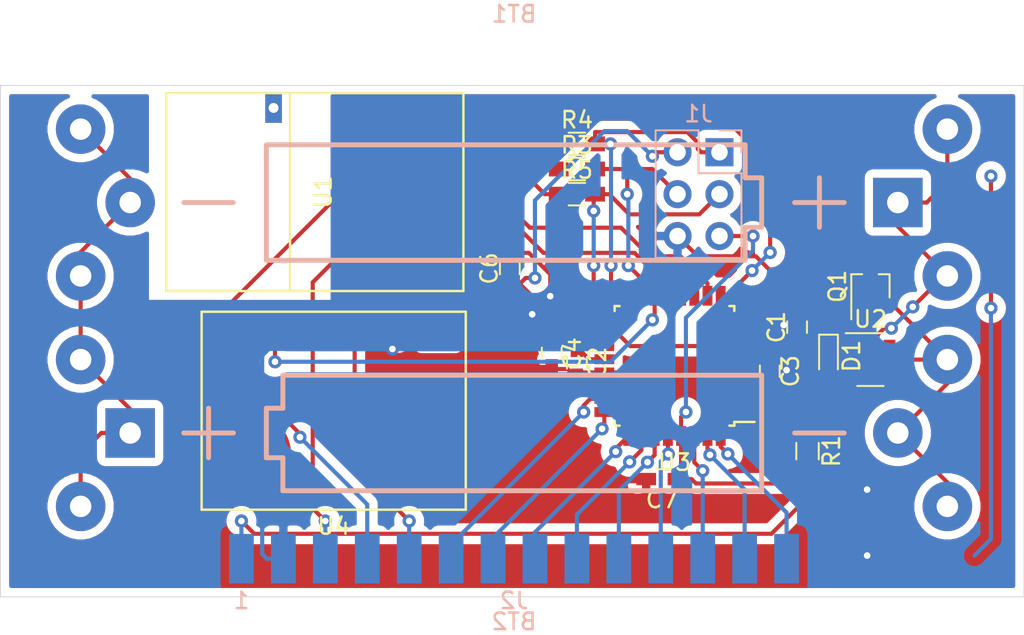
<source format=kicad_pcb>
(kicad_pcb (version 20171130) (host pcbnew 5.1.5-52549c5~84~ubuntu19.04.1)

  (general
    (thickness 1.6)
    (drawings 4)
    (tracks 333)
    (zones 0)
    (modules 20)
    (nets 37)
  )

  (page A4)
  (layers
    (0 F.Cu signal)
    (31 B.Cu signal)
    (32 B.Adhes user)
    (33 F.Adhes user)
    (34 B.Paste user)
    (35 F.Paste user)
    (36 B.SilkS user)
    (37 F.SilkS user)
    (38 B.Mask user)
    (39 F.Mask user)
    (40 Dwgs.User user)
    (41 Cmts.User user)
    (42 Eco1.User user)
    (43 Eco2.User user)
    (44 Edge.Cuts user)
    (45 Margin user)
    (46 B.CrtYd user)
    (47 F.CrtYd user)
    (48 B.Fab user)
    (49 F.Fab user)
  )

  (setup
    (last_trace_width 0.25)
    (trace_clearance 0.25)
    (zone_clearance 0.508)
    (zone_45_only no)
    (trace_min 0.25)
    (via_size 0.8)
    (via_drill 0.4)
    (via_min_size 0.4)
    (via_min_drill 0.3)
    (uvia_size 0.3)
    (uvia_drill 0.1)
    (uvias_allowed no)
    (uvia_min_size 0.2)
    (uvia_min_drill 0.1)
    (edge_width 0.05)
    (segment_width 0.2)
    (pcb_text_width 0.3)
    (pcb_text_size 1.5 1.5)
    (mod_edge_width 0.12)
    (mod_text_size 1 1)
    (mod_text_width 0.15)
    (pad_size 1.524 1.524)
    (pad_drill 0.762)
    (pad_to_mask_clearance 0.051)
    (solder_mask_min_width 0.25)
    (aux_axis_origin 0 0)
    (visible_elements FFFFFF7F)
    (pcbplotparams
      (layerselection 0x010fc_ffffffff)
      (usegerberextensions false)
      (usegerberattributes false)
      (usegerberadvancedattributes false)
      (creategerberjobfile false)
      (excludeedgelayer true)
      (linewidth 0.100000)
      (plotframeref false)
      (viasonmask false)
      (mode 1)
      (useauxorigin false)
      (hpglpennumber 1)
      (hpglpenspeed 20)
      (hpglpendiameter 15.000000)
      (psnegative false)
      (psa4output false)
      (plotreference true)
      (plotvalue true)
      (plotinvisibletext false)
      (padsonsilk false)
      (subtractmaskfromsilk false)
      (outputformat 1)
      (mirror false)
      (drillshape 1)
      (scaleselection 1)
      (outputdirectory ""))
  )

  (net 0 "")
  (net 1 VCC)
  (net 2 "Net-(BT1-Pad2)")
  (net 3 "Net-(BT2-Pad2)")
  (net 4 GND)
  (net 5 "Net-(C2-Pad1)")
  (net 6 Reset)
  (net 7 "Net-(D1-Pad1)")
  (net 8 ISP_MISO)
  (net 9 ISP_SCK)
  (net 10 MOSI)
  (net 11 MISO)
  (net 12 SCK)
  (net 13 CE)
  (net 14 NRF24_CS)
  (net 15 IRQ)
  (net 16 "Net-(U2-Pad6)")
  (net 17 "Net-(U2-Pad4)")
  (net 18 "Net-(U3-Pad22)")
  (net 19 "Net-(U3-Pad19)")
  (net 20 BME280_CS)
  (net 21 "Net-(U3-Pad12)")
  (net 22 "Net-(U3-Pad8)")
  (net 23 "Net-(U3-Pad7)")
  (net 24 "Net-(U3-Pad2)")
  (net 25 "Net-(U3-Pad1)")
  (net 26 PC0)
  (net 27 PC1)
  (net 28 PC2)
  (net 29 PC3)
  (net 30 PC4)
  (net 31 PC5)
  (net 32 PD0)
  (net 33 PD1)
  (net 34 PD2)
  (net 35 "Net-(U3-Pad13)")
  (net 36 ISP_MOSI)

  (net_class Default "This is the default net class."
    (clearance 0.25)
    (trace_width 0.25)
    (via_dia 0.8)
    (via_drill 0.4)
    (uvia_dia 0.3)
    (uvia_drill 0.1)
    (diff_pair_width 0.25)
    (diff_pair_gap 0.25)
    (add_net BME280_CS)
    (add_net CE)
    (add_net GND)
    (add_net IRQ)
    (add_net ISP_MISO)
    (add_net ISP_MOSI)
    (add_net ISP_SCK)
    (add_net MISO)
    (add_net MOSI)
    (add_net NRF24_CS)
    (add_net "Net-(BT1-Pad2)")
    (add_net "Net-(BT2-Pad2)")
    (add_net "Net-(C2-Pad1)")
    (add_net "Net-(D1-Pad1)")
    (add_net "Net-(U2-Pad4)")
    (add_net "Net-(U2-Pad6)")
    (add_net "Net-(U3-Pad1)")
    (add_net "Net-(U3-Pad12)")
    (add_net "Net-(U3-Pad13)")
    (add_net "Net-(U3-Pad19)")
    (add_net "Net-(U3-Pad2)")
    (add_net "Net-(U3-Pad22)")
    (add_net "Net-(U3-Pad7)")
    (add_net "Net-(U3-Pad8)")
    (add_net PC0)
    (add_net PC1)
    (add_net PC2)
    (add_net PC3)
    (add_net PC4)
    (add_net PC5)
    (add_net PD0)
    (add_net PD1)
    (add_net PD2)
    (add_net Reset)
    (add_net SCK)
    (add_net VCC)
  )

  (module Housings_QFP:LQFP-32_7x7mm_Pitch0.8mm (layer F.Cu) (tedit 54130A77) (tstamp 5E7A7954)
    (at 127.83 48 180)
    (descr "LQFP32: plastic low profile quad flat package; 32 leads; body 7 x 7 x 1.4 mm (see NXP sot358-1_po.pdf and sot358-1_fr.pdf)")
    (tags "QFP 0.8")
    (path /5E857B8D)
    (attr smd)
    (fp_text reference U3 (at 0 -5.85) (layer F.SilkS)
      (effects (font (size 1 1) (thickness 0.15)))
    )
    (fp_text value ATmega48PA-AU (at 0 5.85) (layer F.Fab)
      (effects (font (size 1 1) (thickness 0.15)))
    )
    (fp_text user %R (at 0 0) (layer F.Fab)
      (effects (font (size 1 1) (thickness 0.15)))
    )
    (fp_line (start -2.5 -3.5) (end 3.5 -3.5) (layer F.Fab) (width 0.15))
    (fp_line (start 3.5 -3.5) (end 3.5 3.5) (layer F.Fab) (width 0.15))
    (fp_line (start 3.5 3.5) (end -3.5 3.5) (layer F.Fab) (width 0.15))
    (fp_line (start -3.5 3.5) (end -3.5 -2.5) (layer F.Fab) (width 0.15))
    (fp_line (start -3.5 -2.5) (end -2.5 -3.5) (layer F.Fab) (width 0.15))
    (fp_line (start -5.1 -5.1) (end -5.1 5.1) (layer F.CrtYd) (width 0.05))
    (fp_line (start 5.1 -5.1) (end 5.1 5.1) (layer F.CrtYd) (width 0.05))
    (fp_line (start -5.1 -5.1) (end 5.1 -5.1) (layer F.CrtYd) (width 0.05))
    (fp_line (start -5.1 5.1) (end 5.1 5.1) (layer F.CrtYd) (width 0.05))
    (fp_line (start -3.625 -3.625) (end -3.625 -3.4) (layer F.SilkS) (width 0.15))
    (fp_line (start 3.625 -3.625) (end 3.625 -3.325) (layer F.SilkS) (width 0.15))
    (fp_line (start 3.625 3.625) (end 3.625 3.325) (layer F.SilkS) (width 0.15))
    (fp_line (start -3.625 3.625) (end -3.625 3.325) (layer F.SilkS) (width 0.15))
    (fp_line (start -3.625 -3.625) (end -3.325 -3.625) (layer F.SilkS) (width 0.15))
    (fp_line (start -3.625 3.625) (end -3.325 3.625) (layer F.SilkS) (width 0.15))
    (fp_line (start 3.625 3.625) (end 3.325 3.625) (layer F.SilkS) (width 0.15))
    (fp_line (start 3.625 -3.625) (end 3.325 -3.625) (layer F.SilkS) (width 0.15))
    (fp_line (start -3.625 -3.4) (end -4.85 -3.4) (layer F.SilkS) (width 0.15))
    (pad 1 smd rect (at -4.25 -2.8 180) (size 1.2 0.6) (layers F.Cu F.Paste F.Mask)
      (net 25 "Net-(U3-Pad1)"))
    (pad 2 smd rect (at -4.25 -2 180) (size 1.2 0.6) (layers F.Cu F.Paste F.Mask)
      (net 24 "Net-(U3-Pad2)"))
    (pad 3 smd rect (at -4.25 -1.2 180) (size 1.2 0.6) (layers F.Cu F.Paste F.Mask)
      (net 4 GND))
    (pad 4 smd rect (at -4.25 -0.4 180) (size 1.2 0.6) (layers F.Cu F.Paste F.Mask)
      (net 1 VCC))
    (pad 5 smd rect (at -4.25 0.4 180) (size 1.2 0.6) (layers F.Cu F.Paste F.Mask)
      (net 4 GND))
    (pad 6 smd rect (at -4.25 1.2 180) (size 1.2 0.6) (layers F.Cu F.Paste F.Mask)
      (net 1 VCC))
    (pad 7 smd rect (at -4.25 2 180) (size 1.2 0.6) (layers F.Cu F.Paste F.Mask)
      (net 23 "Net-(U3-Pad7)"))
    (pad 8 smd rect (at -4.25 2.8 180) (size 1.2 0.6) (layers F.Cu F.Paste F.Mask)
      (net 22 "Net-(U3-Pad8)"))
    (pad 9 smd rect (at -2.8 4.25 270) (size 1.2 0.6) (layers F.Cu F.Paste F.Mask)
      (net 15 IRQ))
    (pad 10 smd rect (at -2 4.25 270) (size 1.2 0.6) (layers F.Cu F.Paste F.Mask)
      (net 14 NRF24_CS))
    (pad 11 smd rect (at -1.2 4.25 270) (size 1.2 0.6) (layers F.Cu F.Paste F.Mask)
      (net 13 CE))
    (pad 12 smd rect (at -0.4 4.25 270) (size 1.2 0.6) (layers F.Cu F.Paste F.Mask)
      (net 21 "Net-(U3-Pad12)"))
    (pad 13 smd rect (at 0.4 4.25 270) (size 1.2 0.6) (layers F.Cu F.Paste F.Mask)
      (net 35 "Net-(U3-Pad13)"))
    (pad 14 smd rect (at 1.2 4.25 270) (size 1.2 0.6) (layers F.Cu F.Paste F.Mask)
      (net 20 BME280_CS))
    (pad 15 smd rect (at 2 4.25 270) (size 1.2 0.6) (layers F.Cu F.Paste F.Mask)
      (net 36 ISP_MOSI))
    (pad 16 smd rect (at 2.8 4.25 270) (size 1.2 0.6) (layers F.Cu F.Paste F.Mask)
      (net 8 ISP_MISO))
    (pad 17 smd rect (at 4.25 2.8 180) (size 1.2 0.6) (layers F.Cu F.Paste F.Mask)
      (net 9 ISP_SCK))
    (pad 18 smd rect (at 4.25 2 180) (size 1.2 0.6) (layers F.Cu F.Paste F.Mask)
      (net 1 VCC))
    (pad 19 smd rect (at 4.25 1.2 180) (size 1.2 0.6) (layers F.Cu F.Paste F.Mask)
      (net 19 "Net-(U3-Pad19)"))
    (pad 20 smd rect (at 4.25 0.4 180) (size 1.2 0.6) (layers F.Cu F.Paste F.Mask)
      (net 5 "Net-(C2-Pad1)"))
    (pad 21 smd rect (at 4.25 -0.4 180) (size 1.2 0.6) (layers F.Cu F.Paste F.Mask)
      (net 4 GND))
    (pad 22 smd rect (at 4.25 -1.2 180) (size 1.2 0.6) (layers F.Cu F.Paste F.Mask)
      (net 18 "Net-(U3-Pad22)"))
    (pad 23 smd rect (at 4.25 -2 180) (size 1.2 0.6) (layers F.Cu F.Paste F.Mask)
      (net 26 PC0))
    (pad 24 smd rect (at 4.25 -2.8 180) (size 1.2 0.6) (layers F.Cu F.Paste F.Mask)
      (net 27 PC1))
    (pad 25 smd rect (at 2.8 -4.25 270) (size 1.2 0.6) (layers F.Cu F.Paste F.Mask)
      (net 28 PC2))
    (pad 26 smd rect (at 2 -4.25 270) (size 1.2 0.6) (layers F.Cu F.Paste F.Mask)
      (net 29 PC3))
    (pad 27 smd rect (at 1.2 -4.25 270) (size 1.2 0.6) (layers F.Cu F.Paste F.Mask)
      (net 30 PC4))
    (pad 28 smd rect (at 0.4 -4.25 270) (size 1.2 0.6) (layers F.Cu F.Paste F.Mask)
      (net 31 PC5))
    (pad 29 smd rect (at -0.4 -4.25 270) (size 1.2 0.6) (layers F.Cu F.Paste F.Mask)
      (net 6 Reset))
    (pad 30 smd rect (at -1.2 -4.25 270) (size 1.2 0.6) (layers F.Cu F.Paste F.Mask)
      (net 32 PD0))
    (pad 31 smd rect (at -2 -4.25 270) (size 1.2 0.6) (layers F.Cu F.Paste F.Mask)
      (net 33 PD1))
    (pad 32 smd rect (at -2.8 -4.25 270) (size 1.2 0.6) (layers F.Cu F.Paste F.Mask)
      (net 34 PD2))
    (model ${KISYS3DMOD}/Housings_QFP.3dshapes/LQFP-32_7x7mm_Pitch0.8mm.wrl
      (at (xyz 0 0 0))
      (scale (xyz 1 1 1))
      (rotate (xyz 0 0 0))
    )
  )

  (module Battery_Holder_AAA_Keystone:aaa_holder_keystone_591+597 (layer B.Cu) (tedit 5E7A314B) (tstamp 5E7A78DF)
    (at 118.11 52.07 180)
    (descr "Footprint for a AAA-battery holder using the Keystone 591 and 597")
    (path /5E5C0221)
    (fp_text reference BT2 (at 0 -11.43) (layer B.SilkS)
      (effects (font (size 1 1) (thickness 0.15)) (justify mirror))
    )
    (fp_text value "AAA battery" (at 0 -8.89) (layer B.Fab)
      (effects (font (size 1 1) (thickness 0.15)) (justify mirror))
    )
    (fp_line (start 29.75 5.5) (end -29.75 5.5) (layer B.CrtYd) (width 0.12))
    (fp_line (start 29.75 -5.5) (end 29.75 5.5) (layer B.CrtYd) (width 0.12))
    (fp_line (start -29.75 -5.5) (end 29.75 -5.5) (layer B.CrtYd) (width 0.12))
    (fp_line (start -29.75 5.5) (end -29.75 -5.5) (layer B.CrtYd) (width 0.12))
    (fp_line (start 15 1.5) (end 14 1.5) (layer B.SilkS) (width 0.3))
    (fp_line (start 14 1.5) (end 14 3.5) (layer B.SilkS) (width 0.3))
    (fp_line (start 14 3.5) (end -15 3.5) (layer B.SilkS) (width 0.3))
    (fp_line (start -15 3.5) (end -15 -3.5) (layer B.SilkS) (width 0.3))
    (fp_line (start -15 -3.5) (end 14 -3.5) (layer B.SilkS) (width 0.3))
    (fp_line (start 14 -3.5) (end 14 -1.5) (layer B.SilkS) (width 0.3))
    (fp_line (start 14 -1.5) (end 15 -1.5) (layer B.SilkS) (width 0.3))
    (fp_line (start 15 -1.5) (end 15 1.5) (layer B.SilkS) (width 0.3))
    (fp_line (start 20 0) (end 17 0) (layer B.SilkS) (width 0.3))
    (fp_line (start 18.5 1.5) (end 18.5 -1.5) (layer B.SilkS) (width 0.3))
    (fp_line (start -17 0) (end -20 0) (layer B.SilkS) (width 0.3))
    (pad 1 thru_hole rect (at 23.25 0 180) (size 3 3) (drill 1.3) (layers *.Cu *.Mask)
      (net 2 "Net-(BT1-Pad2)"))
    (pad 2 thru_hole circle (at -23.25 0 180) (size 3 3) (drill 1.3) (layers *.Cu *.Mask)
      (net 3 "Net-(BT2-Pad2)"))
    (pad 2 thru_hole circle (at -26.25 4.45 180) (size 3 3) (drill 1.3) (layers *.Cu *.Mask)
      (net 3 "Net-(BT2-Pad2)"))
    (pad 2 thru_hole circle (at -26.25 -4.45 180) (size 3 3) (drill 1.3) (layers *.Cu *.Mask)
      (net 3 "Net-(BT2-Pad2)"))
    (pad 1 thru_hole circle (at 26.25 4.45 180) (size 3 3) (drill 1.3) (layers *.Cu *.Mask)
      (net 2 "Net-(BT1-Pad2)"))
    (pad 1 thru_hole circle (at 26.25 -4.45 180) (size 3 3) (drill 1.3) (layers *.Cu *.Mask)
      (net 2 "Net-(BT1-Pad2)"))
  )

  (module Own_Library:GY-B11_EP_280_SMD (layer F.Cu) (tedit 5E7A31C0) (tstamp 5E7A741B)
    (at 107.188 50.72 180)
    (path /5E7E5A65)
    (attr smd)
    (fp_text reference U4 (at 0 -7) (layer F.SilkS)
      (effects (font (size 1 1) (thickness 0.15)))
    )
    (fp_text value GY-B11_EP_280 (at 0 7) (layer F.Fab)
      (effects (font (size 1 1) (thickness 0.15)))
    )
    (fp_line (start 8.2 -6.2) (end -8.2 -6.2) (layer F.CrtYd) (width 0.12))
    (fp_line (start 8.2 6.2) (end 8.2 -6.2) (layer F.CrtYd) (width 0.12))
    (fp_line (start -8.2 6.2) (end 8.2 6.2) (layer F.CrtYd) (width 0.12))
    (fp_line (start -8.2 -6.2) (end -8.2 6.2) (layer F.CrtYd) (width 0.12))
    (fp_line (start 8 -6) (end -8 -6) (layer F.SilkS) (width 0.15))
    (fp_line (start 8 6) (end 8 -6) (layer F.SilkS) (width 0.15))
    (fp_line (start -8 6) (end 8 6) (layer F.SilkS) (width 0.15))
    (fp_line (start -8 -6) (end -8 6) (layer F.SilkS) (width 0.15))
    (pad "" smd circle (at -5.08 -2.62 180) (size 5 5) (layers F.Cu F.Paste F.Mask))
    (pad "" smd circle (at 5.08 -2.62 180) (size 5 5) (layers F.Cu F.Paste F.Mask))
    (pad 1 smd rect (at -6.35 5 180) (size 2 2) (layers F.Cu F.Paste F.Mask)
      (net 1 VCC))
    (pad 6 smd circle (at 6.35 5 180) (size 2 2) (layers F.Cu F.Paste F.Mask)
      (net 11 MISO))
    (pad 5 smd circle (at 3.81 5 180) (size 2 2) (layers F.Cu F.Paste F.Mask)
      (net 20 BME280_CS))
    (pad 4 smd circle (at 1.27 5 180) (size 2 2) (layers F.Cu F.Paste F.Mask)
      (net 10 MOSI))
    (pad 3 smd circle (at -1.27 5 180) (size 2 2) (layers F.Cu F.Paste F.Mask)
      (net 12 SCK))
    (pad 2 smd circle (at -3.73 5 180) (size 2 2) (layers F.Cu F.Paste F.Mask)
      (net 4 GND))
  )

  (module Battery_Holder_AAA_Keystone:aaa_holder_keystone_591+597 (layer B.Cu) (tedit 5E7A314B) (tstamp 5E7A7A26)
    (at 118.11 38.1)
    (descr "Footprint for a AAA-battery holder using the Keystone 591 and 597")
    (path /5E5BF5B4)
    (fp_text reference BT1 (at 0 -11.43) (layer B.SilkS)
      (effects (font (size 1 1) (thickness 0.15)) (justify mirror))
    )
    (fp_text value "AAA battery" (at 0 -8.89) (layer B.Fab)
      (effects (font (size 1 1) (thickness 0.15)) (justify mirror))
    )
    (fp_line (start 29.75 5.5) (end -29.75 5.5) (layer B.CrtYd) (width 0.12))
    (fp_line (start 29.75 -5.5) (end 29.75 5.5) (layer B.CrtYd) (width 0.12))
    (fp_line (start -29.75 -5.5) (end 29.75 -5.5) (layer B.CrtYd) (width 0.12))
    (fp_line (start -29.75 5.5) (end -29.75 -5.5) (layer B.CrtYd) (width 0.12))
    (fp_line (start 15 1.5) (end 14 1.5) (layer B.SilkS) (width 0.3))
    (fp_line (start 14 1.5) (end 14 3.5) (layer B.SilkS) (width 0.3))
    (fp_line (start 14 3.5) (end -15 3.5) (layer B.SilkS) (width 0.3))
    (fp_line (start -15 3.5) (end -15 -3.5) (layer B.SilkS) (width 0.3))
    (fp_line (start -15 -3.5) (end 14 -3.5) (layer B.SilkS) (width 0.3))
    (fp_line (start 14 -3.5) (end 14 -1.5) (layer B.SilkS) (width 0.3))
    (fp_line (start 14 -1.5) (end 15 -1.5) (layer B.SilkS) (width 0.3))
    (fp_line (start 15 -1.5) (end 15 1.5) (layer B.SilkS) (width 0.3))
    (fp_line (start 20 0) (end 17 0) (layer B.SilkS) (width 0.3))
    (fp_line (start 18.5 1.5) (end 18.5 -1.5) (layer B.SilkS) (width 0.3))
    (fp_line (start -17 0) (end -20 0) (layer B.SilkS) (width 0.3))
    (pad 1 thru_hole rect (at 23.25 0) (size 3 3) (drill 1.3) (layers *.Cu *.Mask)
      (net 1 VCC))
    (pad 2 thru_hole circle (at -23.25 0) (size 3 3) (drill 1.3) (layers *.Cu *.Mask)
      (net 2 "Net-(BT1-Pad2)"))
    (pad 2 thru_hole circle (at -26.25 4.45) (size 3 3) (drill 1.3) (layers *.Cu *.Mask)
      (net 2 "Net-(BT1-Pad2)"))
    (pad 2 thru_hole circle (at -26.25 -4.45) (size 3 3) (drill 1.3) (layers *.Cu *.Mask)
      (net 2 "Net-(BT1-Pad2)"))
    (pad 1 thru_hole circle (at 26.25 4.45) (size 3 3) (drill 1.3) (layers *.Cu *.Mask)
      (net 1 VCC))
    (pad 1 thru_hole circle (at 26.25 -4.45) (size 3 3) (drill 1.3) (layers *.Cu *.Mask)
      (net 1 VCC))
  )

  (module NRF24L01+breakout_SMD:NRF24L01+breakout_SMD (layer F.Cu) (tedit 5E78B67B) (tstamp 5E7A8389)
    (at 106.045 37.465 90)
    (path /5E84E88A)
    (fp_text reference U1 (at 0 0.5 90) (layer F.SilkS)
      (effects (font (size 1 1) (thickness 0.15)))
    )
    (fp_text value NRF24L01_Breakout_SMD (at 0 -0.5 90) (layer F.Fab)
      (effects (font (size 1 1) (thickness 0.15)))
    )
    (fp_line (start -6 -9) (end 6 -9) (layer F.SilkS) (width 0.15))
    (fp_line (start 6 -9) (end 6 9) (layer F.SilkS) (width 0.15))
    (fp_line (start 6 9) (end -6 9) (layer F.SilkS) (width 0.15))
    (fp_line (start -6 9) (end -6 -9) (layer F.SilkS) (width 0.15))
    (fp_line (start 6 -1.5) (end -6 -1.5) (layer F.SilkS) (width 0.15))
    (pad "" thru_hole rect (at 5.1 -2.5 90) (size 1.8 1) (drill 0.6) (layers *.Cu *.Mask))
    (pad 8 smd rect (at 4.445 9 90) (size 1 3) (layers F.Cu F.Paste F.Mask)
      (net 15 IRQ))
    (pad 7 smd rect (at 3.175 9 90) (size 1 3) (layers F.Cu F.Paste F.Mask)
      (net 11 MISO))
    (pad 6 smd rect (at 1.905 9 90) (size 1 3) (layers F.Cu F.Paste F.Mask)
      (net 10 MOSI))
    (pad 5 smd rect (at 0.635 9 90) (size 1 3) (layers F.Cu F.Paste F.Mask)
      (net 12 SCK))
    (pad 4 smd rect (at -0.635 9 90) (size 1 3) (layers F.Cu F.Paste F.Mask)
      (net 14 NRF24_CS))
    (pad 3 smd rect (at -1.905 9 90) (size 1 3) (layers F.Cu F.Paste F.Mask)
      (net 13 CE))
    (pad 2 smd rect (at -3.175 9 90) (size 1 3) (layers F.Cu F.Paste F.Mask)
      (net 4 GND))
    (pad 1 smd rect (at -4.445 9 90) (size 1 3) (layers F.Cu F.Paste F.Mask)
      (net 1 VCC))
  )

  (module Capacitors_SMD:C_0603_HandSoldering (layer F.Cu) (tedit 58AA848B) (tstamp 5E7A2D4B)
    (at 135.255 45.654 90)
    (descr "Capacitor SMD 0603, hand soldering")
    (tags "capacitor 0603")
    (path /5E5D6526)
    (attr smd)
    (fp_text reference C1 (at 0 -1.25 90) (layer F.SilkS)
      (effects (font (size 1 1) (thickness 0.15)))
    )
    (fp_text value 10uF (at 0 1.5 90) (layer F.Fab)
      (effects (font (size 1 1) (thickness 0.15)))
    )
    (fp_text user %R (at 0 -1.25 90) (layer F.Fab)
      (effects (font (size 1 1) (thickness 0.15)))
    )
    (fp_line (start -0.8 0.4) (end -0.8 -0.4) (layer F.Fab) (width 0.1))
    (fp_line (start 0.8 0.4) (end -0.8 0.4) (layer F.Fab) (width 0.1))
    (fp_line (start 0.8 -0.4) (end 0.8 0.4) (layer F.Fab) (width 0.1))
    (fp_line (start -0.8 -0.4) (end 0.8 -0.4) (layer F.Fab) (width 0.1))
    (fp_line (start -0.35 -0.6) (end 0.35 -0.6) (layer F.SilkS) (width 0.12))
    (fp_line (start 0.35 0.6) (end -0.35 0.6) (layer F.SilkS) (width 0.12))
    (fp_line (start -1.8 -0.65) (end 1.8 -0.65) (layer F.CrtYd) (width 0.05))
    (fp_line (start -1.8 -0.65) (end -1.8 0.65) (layer F.CrtYd) (width 0.05))
    (fp_line (start 1.8 0.65) (end 1.8 -0.65) (layer F.CrtYd) (width 0.05))
    (fp_line (start 1.8 0.65) (end -1.8 0.65) (layer F.CrtYd) (width 0.05))
    (pad 1 smd rect (at -0.95 0 90) (size 1.2 0.75) (layers F.Cu F.Paste F.Mask)
      (net 1 VCC))
    (pad 2 smd rect (at 0.95 0 90) (size 1.2 0.75) (layers F.Cu F.Paste F.Mask)
      (net 4 GND))
    (model Capacitors_SMD.3dshapes/C_0603.wrl
      (at (xyz 0 0 0))
      (scale (xyz 1 1 1))
      (rotate (xyz 0 0 0))
    )
  )

  (module Capacitors_SMD:C_0603_HandSoldering (layer F.Cu) (tedit 58AA848B) (tstamp 5E7A79E8)
    (at 121.92 47.813 270)
    (descr "Capacitor SMD 0603, hand soldering")
    (tags "capacitor 0603")
    (path /5E863B11)
    (attr smd)
    (fp_text reference C2 (at 0 -1.25 90) (layer F.SilkS)
      (effects (font (size 1 1) (thickness 0.15)))
    )
    (fp_text value 100n (at 0 1.5 90) (layer F.Fab)
      (effects (font (size 1 1) (thickness 0.15)))
    )
    (fp_text user %R (at 0 -1.25 90) (layer F.Fab)
      (effects (font (size 1 1) (thickness 0.15)))
    )
    (fp_line (start -0.8 0.4) (end -0.8 -0.4) (layer F.Fab) (width 0.1))
    (fp_line (start 0.8 0.4) (end -0.8 0.4) (layer F.Fab) (width 0.1))
    (fp_line (start 0.8 -0.4) (end 0.8 0.4) (layer F.Fab) (width 0.1))
    (fp_line (start -0.8 -0.4) (end 0.8 -0.4) (layer F.Fab) (width 0.1))
    (fp_line (start -0.35 -0.6) (end 0.35 -0.6) (layer F.SilkS) (width 0.12))
    (fp_line (start 0.35 0.6) (end -0.35 0.6) (layer F.SilkS) (width 0.12))
    (fp_line (start -1.8 -0.65) (end 1.8 -0.65) (layer F.CrtYd) (width 0.05))
    (fp_line (start -1.8 -0.65) (end -1.8 0.65) (layer F.CrtYd) (width 0.05))
    (fp_line (start 1.8 0.65) (end 1.8 -0.65) (layer F.CrtYd) (width 0.05))
    (fp_line (start 1.8 0.65) (end -1.8 0.65) (layer F.CrtYd) (width 0.05))
    (pad 1 smd rect (at -0.95 0 270) (size 1.2 0.75) (layers F.Cu F.Paste F.Mask)
      (net 5 "Net-(C2-Pad1)"))
    (pad 2 smd rect (at 0.95 0 270) (size 1.2 0.75) (layers F.Cu F.Paste F.Mask)
      (net 4 GND))
    (model Capacitors_SMD.3dshapes/C_0603.wrl
      (at (xyz 0 0 0))
      (scale (xyz 1 1 1))
      (rotate (xyz 0 0 0))
    )
  )

  (module Capacitors_SMD:C_0603_HandSoldering (layer F.Cu) (tedit 58AA848B) (tstamp 5E7A142A)
    (at 133.604 48.326 270)
    (descr "Capacitor SMD 0603, hand soldering")
    (tags "capacitor 0603")
    (path /5E888344)
    (attr smd)
    (fp_text reference C3 (at 0 -1.25 90) (layer F.SilkS)
      (effects (font (size 1 1) (thickness 0.15)))
    )
    (fp_text value 100n (at 0 1.5 90) (layer F.Fab)
      (effects (font (size 1 1) (thickness 0.15)))
    )
    (fp_text user %R (at 0 -1.25 90) (layer F.Fab)
      (effects (font (size 1 1) (thickness 0.15)))
    )
    (fp_line (start -0.8 0.4) (end -0.8 -0.4) (layer F.Fab) (width 0.1))
    (fp_line (start 0.8 0.4) (end -0.8 0.4) (layer F.Fab) (width 0.1))
    (fp_line (start 0.8 -0.4) (end 0.8 0.4) (layer F.Fab) (width 0.1))
    (fp_line (start -0.8 -0.4) (end 0.8 -0.4) (layer F.Fab) (width 0.1))
    (fp_line (start -0.35 -0.6) (end 0.35 -0.6) (layer F.SilkS) (width 0.12))
    (fp_line (start 0.35 0.6) (end -0.35 0.6) (layer F.SilkS) (width 0.12))
    (fp_line (start -1.8 -0.65) (end 1.8 -0.65) (layer F.CrtYd) (width 0.05))
    (fp_line (start -1.8 -0.65) (end -1.8 0.65) (layer F.CrtYd) (width 0.05))
    (fp_line (start 1.8 0.65) (end 1.8 -0.65) (layer F.CrtYd) (width 0.05))
    (fp_line (start 1.8 0.65) (end -1.8 0.65) (layer F.CrtYd) (width 0.05))
    (pad 1 smd rect (at -0.95 0 270) (size 1.2 0.75) (layers F.Cu F.Paste F.Mask)
      (net 1 VCC))
    (pad 2 smd rect (at 0.95 0 270) (size 1.2 0.75) (layers F.Cu F.Paste F.Mask)
      (net 4 GND))
    (model Capacitors_SMD.3dshapes/C_0603.wrl
      (at (xyz 0 0 0))
      (scale (xyz 1 1 1))
      (rotate (xyz 0 0 0))
    )
  )

  (module Capacitors_SMD:C_0603_HandSoldering (layer F.Cu) (tedit 58AA848B) (tstamp 5E7A143B)
    (at 117.856 42.098 90)
    (descr "Capacitor SMD 0603, hand soldering")
    (tags "capacitor 0603")
    (path /5E588ABC)
    (attr smd)
    (fp_text reference C6 (at 0 -1.25 90) (layer F.SilkS)
      (effects (font (size 1 1) (thickness 0.15)))
    )
    (fp_text value 100n (at 0 1.5 90) (layer F.Fab)
      (effects (font (size 1 1) (thickness 0.15)))
    )
    (fp_text user %R (at 0 -1.25 90) (layer F.Fab)
      (effects (font (size 1 1) (thickness 0.15)))
    )
    (fp_line (start -0.8 0.4) (end -0.8 -0.4) (layer F.Fab) (width 0.1))
    (fp_line (start 0.8 0.4) (end -0.8 0.4) (layer F.Fab) (width 0.1))
    (fp_line (start 0.8 -0.4) (end 0.8 0.4) (layer F.Fab) (width 0.1))
    (fp_line (start -0.8 -0.4) (end 0.8 -0.4) (layer F.Fab) (width 0.1))
    (fp_line (start -0.35 -0.6) (end 0.35 -0.6) (layer F.SilkS) (width 0.12))
    (fp_line (start 0.35 0.6) (end -0.35 0.6) (layer F.SilkS) (width 0.12))
    (fp_line (start -1.8 -0.65) (end 1.8 -0.65) (layer F.CrtYd) (width 0.05))
    (fp_line (start -1.8 -0.65) (end -1.8 0.65) (layer F.CrtYd) (width 0.05))
    (fp_line (start 1.8 0.65) (end 1.8 -0.65) (layer F.CrtYd) (width 0.05))
    (fp_line (start 1.8 0.65) (end -1.8 0.65) (layer F.CrtYd) (width 0.05))
    (pad 1 smd rect (at -0.95 0 90) (size 1.2 0.75) (layers F.Cu F.Paste F.Mask)
      (net 1 VCC))
    (pad 2 smd rect (at 0.95 0 90) (size 1.2 0.75) (layers F.Cu F.Paste F.Mask)
      (net 4 GND))
    (model Capacitors_SMD.3dshapes/C_0603.wrl
      (at (xyz 0 0 0))
      (scale (xyz 1 1 1))
      (rotate (xyz 0 0 0))
    )
  )

  (module Capacitors_SMD:C_0603_HandSoldering (layer F.Cu) (tedit 58AA848B) (tstamp 5E7A144C)
    (at 127.066 54.864 180)
    (descr "Capacitor SMD 0603, hand soldering")
    (tags "capacitor 0603")
    (path /5E81E0CA)
    (attr smd)
    (fp_text reference C7 (at 0 -1.25) (layer F.SilkS)
      (effects (font (size 1 1) (thickness 0.15)))
    )
    (fp_text value 100n (at 0 1.5) (layer F.Fab)
      (effects (font (size 1 1) (thickness 0.15)))
    )
    (fp_text user %R (at 0 -1.25) (layer F.Fab)
      (effects (font (size 1 1) (thickness 0.15)))
    )
    (fp_line (start -0.8 0.4) (end -0.8 -0.4) (layer F.Fab) (width 0.1))
    (fp_line (start 0.8 0.4) (end -0.8 0.4) (layer F.Fab) (width 0.1))
    (fp_line (start 0.8 -0.4) (end 0.8 0.4) (layer F.Fab) (width 0.1))
    (fp_line (start -0.8 -0.4) (end 0.8 -0.4) (layer F.Fab) (width 0.1))
    (fp_line (start -0.35 -0.6) (end 0.35 -0.6) (layer F.SilkS) (width 0.12))
    (fp_line (start 0.35 0.6) (end -0.35 0.6) (layer F.SilkS) (width 0.12))
    (fp_line (start -1.8 -0.65) (end 1.8 -0.65) (layer F.CrtYd) (width 0.05))
    (fp_line (start -1.8 -0.65) (end -1.8 0.65) (layer F.CrtYd) (width 0.05))
    (fp_line (start 1.8 0.65) (end 1.8 -0.65) (layer F.CrtYd) (width 0.05))
    (fp_line (start 1.8 0.65) (end -1.8 0.65) (layer F.CrtYd) (width 0.05))
    (pad 1 smd rect (at -0.95 0 180) (size 1.2 0.75) (layers F.Cu F.Paste F.Mask)
      (net 6 Reset))
    (pad 2 smd rect (at 0.95 0 180) (size 1.2 0.75) (layers F.Cu F.Paste F.Mask)
      (net 4 GND))
    (model Capacitors_SMD.3dshapes/C_0603.wrl
      (at (xyz 0 0 0))
      (scale (xyz 1 1 1))
      (rotate (xyz 0 0 0))
    )
  )

  (module Diodes_SMD:D_0603 (layer F.Cu) (tedit 590CE922) (tstamp 5E7A2C47)
    (at 137.16 47.41 270)
    (descr "Diode SMD in 0603 package http://datasheets.avx.com/schottky.pdf")
    (tags "smd diode")
    (path /5E5B4A6A)
    (attr smd)
    (fp_text reference D1 (at 0 -1.4 90) (layer F.SilkS)
      (effects (font (size 1 1) (thickness 0.15)))
    )
    (fp_text value " ESDZL5-1F4" (at 0 1.4 90) (layer F.Fab)
      (effects (font (size 1 1) (thickness 0.15)))
    )
    (fp_text user %R (at 0 -1.4 90) (layer F.Fab)
      (effects (font (size 1 1) (thickness 0.15)))
    )
    (fp_line (start -1.3 -0.57) (end -1.3 0.57) (layer F.SilkS) (width 0.12))
    (fp_line (start 1.4 0.67) (end 1.4 -0.67) (layer F.CrtYd) (width 0.05))
    (fp_line (start -1.4 0.67) (end 1.4 0.67) (layer F.CrtYd) (width 0.05))
    (fp_line (start -1.4 -0.67) (end -1.4 0.67) (layer F.CrtYd) (width 0.05))
    (fp_line (start 1.4 -0.67) (end -1.4 -0.67) (layer F.CrtYd) (width 0.05))
    (fp_line (start 0.2 0) (end 0.4 0) (layer F.Fab) (width 0.1))
    (fp_line (start -0.1 0) (end -0.3 0) (layer F.Fab) (width 0.1))
    (fp_line (start -0.1 -0.2) (end -0.1 0.2) (layer F.Fab) (width 0.1))
    (fp_line (start 0.2 0.2) (end 0.2 -0.2) (layer F.Fab) (width 0.1))
    (fp_line (start -0.1 0) (end 0.2 0.2) (layer F.Fab) (width 0.1))
    (fp_line (start 0.2 -0.2) (end -0.1 0) (layer F.Fab) (width 0.1))
    (fp_line (start -0.8 0.45) (end -0.8 -0.45) (layer F.Fab) (width 0.1))
    (fp_line (start 0.8 0.45) (end -0.8 0.45) (layer F.Fab) (width 0.1))
    (fp_line (start 0.8 -0.45) (end 0.8 0.45) (layer F.Fab) (width 0.1))
    (fp_line (start -0.8 -0.45) (end 0.8 -0.45) (layer F.Fab) (width 0.1))
    (fp_line (start -1.3 0.57) (end 0.8 0.57) (layer F.SilkS) (width 0.12))
    (fp_line (start -1.3 -0.57) (end 0.8 -0.57) (layer F.SilkS) (width 0.12))
    (pad 1 smd rect (at -0.85 0 270) (size 0.6 0.8) (layers F.Cu F.Paste F.Mask)
      (net 7 "Net-(D1-Pad1)"))
    (pad 2 smd rect (at 0.85 0 270) (size 0.6 0.8) (layers F.Cu F.Paste F.Mask)
      (net 3 "Net-(BT2-Pad2)"))
    (model ${KISYS3DMOD}/Diodes_SMD.3dshapes/D_0603.wrl
      (at (xyz 0 0 0))
      (scale (xyz 1 1 1))
      (rotate (xyz 0 0 0))
    )
  )

  (module Pin_Headers:Pin_Header_Straight_2x03_Pitch2.54mm (layer B.Cu) (tedit 59650532) (tstamp 5E7A8215)
    (at 130.556 35.052 180)
    (descr "Through hole straight pin header, 2x03, 2.54mm pitch, double rows")
    (tags "Through hole pin header THT 2x03 2.54mm double row")
    (path /5E81C273)
    (fp_text reference J1 (at 1.27 2.33) (layer B.SilkS)
      (effects (font (size 1 1) (thickness 0.15)) (justify mirror))
    )
    (fp_text value Conn_02x03_Odd_Even (at 1.27 -7.41) (layer B.Fab)
      (effects (font (size 1 1) (thickness 0.15)) (justify mirror))
    )
    (fp_line (start 0 1.27) (end 3.81 1.27) (layer B.Fab) (width 0.1))
    (fp_line (start 3.81 1.27) (end 3.81 -6.35) (layer B.Fab) (width 0.1))
    (fp_line (start 3.81 -6.35) (end -1.27 -6.35) (layer B.Fab) (width 0.1))
    (fp_line (start -1.27 -6.35) (end -1.27 0) (layer B.Fab) (width 0.1))
    (fp_line (start -1.27 0) (end 0 1.27) (layer B.Fab) (width 0.1))
    (fp_line (start -1.33 -6.41) (end 3.87 -6.41) (layer B.SilkS) (width 0.12))
    (fp_line (start -1.33 -1.27) (end -1.33 -6.41) (layer B.SilkS) (width 0.12))
    (fp_line (start 3.87 1.33) (end 3.87 -6.41) (layer B.SilkS) (width 0.12))
    (fp_line (start -1.33 -1.27) (end 1.27 -1.27) (layer B.SilkS) (width 0.12))
    (fp_line (start 1.27 -1.27) (end 1.27 1.33) (layer B.SilkS) (width 0.12))
    (fp_line (start 1.27 1.33) (end 3.87 1.33) (layer B.SilkS) (width 0.12))
    (fp_line (start -1.33 0) (end -1.33 1.33) (layer B.SilkS) (width 0.12))
    (fp_line (start -1.33 1.33) (end 0 1.33) (layer B.SilkS) (width 0.12))
    (fp_line (start -1.8 1.8) (end -1.8 -6.85) (layer B.CrtYd) (width 0.05))
    (fp_line (start -1.8 -6.85) (end 4.35 -6.85) (layer B.CrtYd) (width 0.05))
    (fp_line (start 4.35 -6.85) (end 4.35 1.8) (layer B.CrtYd) (width 0.05))
    (fp_line (start 4.35 1.8) (end -1.8 1.8) (layer B.CrtYd) (width 0.05))
    (fp_text user %R (at 1.27 -2.54 180) (layer B.Fab)
      (effects (font (size 1 1) (thickness 0.15)) (justify mirror))
    )
    (pad 1 thru_hole rect (at 0 0 180) (size 1.7 1.7) (drill 1) (layers *.Cu *.Mask)
      (net 8 ISP_MISO))
    (pad 2 thru_hole oval (at 2.54 0 180) (size 1.7 1.7) (drill 1) (layers *.Cu *.Mask)
      (net 1 VCC))
    (pad 3 thru_hole oval (at 0 -2.54 180) (size 1.7 1.7) (drill 1) (layers *.Cu *.Mask)
      (net 9 ISP_SCK))
    (pad 4 thru_hole oval (at 2.54 -2.54 180) (size 1.7 1.7) (drill 1) (layers *.Cu *.Mask)
      (net 36 ISP_MOSI))
    (pad 5 thru_hole oval (at 0 -5.08 180) (size 1.7 1.7) (drill 1) (layers *.Cu *.Mask)
      (net 6 Reset))
    (pad 6 thru_hole oval (at 2.54 -5.08 180) (size 1.7 1.7) (drill 1) (layers *.Cu *.Mask)
      (net 4 GND))
    (model ${KISYS3DMOD}/Pin_Headers.3dshapes/Pin_Header_Straight_2x03_Pitch2.54mm.wrl
      (at (xyz 0 0 0))
      (scale (xyz 1 1 1))
      (rotate (xyz 0 0 0))
    )
  )

  (module Own_Library:SOT-416_SC-90_Handsoldering (layer F.Cu) (tedit 5E78CE2C) (tstamp 5E7A27CC)
    (at 139.7 43.18 90)
    (descr "SOT-323, SC-70 Handsoldering")
    (tags "SOT-323 SC-70 Handsoldering")
    (path /5E5B7982)
    (attr smd)
    (fp_text reference Q1 (at 0 -2 90) (layer F.SilkS)
      (effects (font (size 1 1) (thickness 0.15)))
    )
    (fp_text value SSM3K36FS (at 0 2.05 90) (layer F.Fab)
      (effects (font (size 1 1) (thickness 0.15)))
    )
    (fp_text user %R (at 0 0) (layer F.Fab)
      (effects (font (size 0.5 0.5) (thickness 0.075)))
    )
    (fp_line (start 0.735 0.5) (end 0.735 1.16) (layer F.SilkS) (width 0.12))
    (fp_line (start 0.735 -1.17) (end 0.735 -0.5) (layer F.SilkS) (width 0.12))
    (fp_line (start 2.4 1.3) (end -2.4 1.3) (layer F.CrtYd) (width 0.05))
    (fp_line (start 2.4 -1.3) (end 2.4 1.3) (layer F.CrtYd) (width 0.05))
    (fp_line (start -2.4 -1.3) (end 2.4 -1.3) (layer F.CrtYd) (width 0.05))
    (fp_line (start -2.4 1.3) (end -2.4 -1.3) (layer F.CrtYd) (width 0.05))
    (fp_line (start 0.735 -1.16) (end -2 -1.16) (layer F.SilkS) (width 0.12))
    (fp_line (start -0.675 1.16) (end 0.735 1.16) (layer F.SilkS) (width 0.12))
    (fp_line (start 0.675 -1.1) (end -0.175 -1.1) (layer F.Fab) (width 0.1))
    (fp_line (start -0.675 -0.6) (end -0.675 1.1) (layer F.Fab) (width 0.1))
    (fp_line (start 0.675 -1.1) (end 0.675 1.1) (layer F.Fab) (width 0.1))
    (fp_line (start 0.675 1.1) (end -0.675 1.1) (layer F.Fab) (width 0.1))
    (fp_line (start -0.175 -1.1) (end -0.675 -0.6) (layer F.Fab) (width 0.1))
    (pad 1 smd rect (at -1.2 -0.5) (size 0.5 1.5) (layers F.Cu F.Paste F.Mask)
      (net 7 "Net-(D1-Pad1)"))
    (pad 2 smd rect (at -1.2 0.5) (size 0.5 1.5) (layers F.Cu F.Paste F.Mask)
      (net 3 "Net-(BT2-Pad2)"))
    (pad 3 smd rect (at 1.2 0) (size 0.5 1.5) (layers F.Cu F.Paste F.Mask)
      (net 4 GND))
    (model ${KISYS3DMOD}/TO_SOT_Packages_SMD.3dshapes/SOT-323_SC-70.wrl
      (at (xyz 0 0 0))
      (scale (xyz 1 1 1))
      (rotate (xyz 0 0 0))
    )
  )

  (module Resistors_SMD:R_0603_HandSoldering (layer F.Cu) (tedit 58E0A804) (tstamp 5E7A4C3D)
    (at 135.89 53.17 270)
    (descr "Resistor SMD 0603, hand soldering")
    (tags "resistor 0603")
    (path /5E8179ED)
    (attr smd)
    (fp_text reference R1 (at 0 -1.45 90) (layer F.SilkS)
      (effects (font (size 1 1) (thickness 0.15)))
    )
    (fp_text value 4k7 (at 0 1.55 90) (layer F.Fab)
      (effects (font (size 1 1) (thickness 0.15)))
    )
    (fp_text user %R (at 0 0 90) (layer F.Fab)
      (effects (font (size 0.4 0.4) (thickness 0.075)))
    )
    (fp_line (start -0.8 0.4) (end -0.8 -0.4) (layer F.Fab) (width 0.1))
    (fp_line (start 0.8 0.4) (end -0.8 0.4) (layer F.Fab) (width 0.1))
    (fp_line (start 0.8 -0.4) (end 0.8 0.4) (layer F.Fab) (width 0.1))
    (fp_line (start -0.8 -0.4) (end 0.8 -0.4) (layer F.Fab) (width 0.1))
    (fp_line (start 0.5 0.68) (end -0.5 0.68) (layer F.SilkS) (width 0.12))
    (fp_line (start -0.5 -0.68) (end 0.5 -0.68) (layer F.SilkS) (width 0.12))
    (fp_line (start -1.96 -0.7) (end 1.95 -0.7) (layer F.CrtYd) (width 0.05))
    (fp_line (start -1.96 -0.7) (end -1.96 0.7) (layer F.CrtYd) (width 0.05))
    (fp_line (start 1.95 0.7) (end 1.95 -0.7) (layer F.CrtYd) (width 0.05))
    (fp_line (start 1.95 0.7) (end -1.96 0.7) (layer F.CrtYd) (width 0.05))
    (pad 1 smd rect (at -1.1 0 270) (size 1.2 0.9) (layers F.Cu F.Paste F.Mask)
      (net 1 VCC))
    (pad 2 smd rect (at 1.1 0 270) (size 1.2 0.9) (layers F.Cu F.Paste F.Mask)
      (net 6 Reset))
    (model ${KISYS3DMOD}/Resistors_SMD.3dshapes/R_0603.wrl
      (at (xyz 0 0 0))
      (scale (xyz 1 1 1))
      (rotate (xyz 0 0 0))
    )
  )

  (module Resistors_SMD:R_0603_HandSoldering (layer F.Cu) (tedit 58E0A804) (tstamp 5E7A71E9)
    (at 121.92 36.068)
    (descr "Resistor SMD 0603, hand soldering")
    (tags "resistor 0603")
    (path /5E925192)
    (attr smd)
    (fp_text reference R3 (at 0 -1.45) (layer F.SilkS)
      (effects (font (size 1 1) (thickness 0.15)))
    )
    (fp_text value 330 (at 0 1.55) (layer F.Fab)
      (effects (font (size 1 1) (thickness 0.15)))
    )
    (fp_text user %R (at 0 0) (layer F.Fab)
      (effects (font (size 0.4 0.4) (thickness 0.075)))
    )
    (fp_line (start -0.8 0.4) (end -0.8 -0.4) (layer F.Fab) (width 0.1))
    (fp_line (start 0.8 0.4) (end -0.8 0.4) (layer F.Fab) (width 0.1))
    (fp_line (start 0.8 -0.4) (end 0.8 0.4) (layer F.Fab) (width 0.1))
    (fp_line (start -0.8 -0.4) (end 0.8 -0.4) (layer F.Fab) (width 0.1))
    (fp_line (start 0.5 0.68) (end -0.5 0.68) (layer F.SilkS) (width 0.12))
    (fp_line (start -0.5 -0.68) (end 0.5 -0.68) (layer F.SilkS) (width 0.12))
    (fp_line (start -1.96 -0.7) (end 1.95 -0.7) (layer F.CrtYd) (width 0.05))
    (fp_line (start -1.96 -0.7) (end -1.96 0.7) (layer F.CrtYd) (width 0.05))
    (fp_line (start 1.95 0.7) (end 1.95 -0.7) (layer F.CrtYd) (width 0.05))
    (fp_line (start 1.95 0.7) (end -1.96 0.7) (layer F.CrtYd) (width 0.05))
    (pad 1 smd rect (at -1.1 0) (size 1.2 0.9) (layers F.Cu F.Paste F.Mask)
      (net 10 MOSI))
    (pad 2 smd rect (at 1.1 0) (size 1.2 0.9) (layers F.Cu F.Paste F.Mask)
      (net 36 ISP_MOSI))
    (model ${KISYS3DMOD}/Resistors_SMD.3dshapes/R_0603.wrl
      (at (xyz 0 0 0))
      (scale (xyz 1 1 1))
      (rotate (xyz 0 0 0))
    )
  )

  (module Resistors_SMD:R_0603_HandSoldering (layer F.Cu) (tedit 58E0A804) (tstamp 5E7A3F13)
    (at 121.92 34.544)
    (descr "Resistor SMD 0603, hand soldering")
    (tags "resistor 0603")
    (path /5E92566D)
    (attr smd)
    (fp_text reference R4 (at 0 -1.45) (layer F.SilkS)
      (effects (font (size 1 1) (thickness 0.15)))
    )
    (fp_text value 330 (at 0 1.55) (layer F.Fab)
      (effects (font (size 1 1) (thickness 0.15)))
    )
    (fp_text user %R (at 0 0) (layer F.Fab)
      (effects (font (size 0.4 0.4) (thickness 0.075)))
    )
    (fp_line (start -0.8 0.4) (end -0.8 -0.4) (layer F.Fab) (width 0.1))
    (fp_line (start 0.8 0.4) (end -0.8 0.4) (layer F.Fab) (width 0.1))
    (fp_line (start 0.8 -0.4) (end 0.8 0.4) (layer F.Fab) (width 0.1))
    (fp_line (start -0.8 -0.4) (end 0.8 -0.4) (layer F.Fab) (width 0.1))
    (fp_line (start 0.5 0.68) (end -0.5 0.68) (layer F.SilkS) (width 0.12))
    (fp_line (start -0.5 -0.68) (end 0.5 -0.68) (layer F.SilkS) (width 0.12))
    (fp_line (start -1.96 -0.7) (end 1.95 -0.7) (layer F.CrtYd) (width 0.05))
    (fp_line (start -1.96 -0.7) (end -1.96 0.7) (layer F.CrtYd) (width 0.05))
    (fp_line (start 1.95 0.7) (end 1.95 -0.7) (layer F.CrtYd) (width 0.05))
    (fp_line (start 1.95 0.7) (end -1.96 0.7) (layer F.CrtYd) (width 0.05))
    (pad 1 smd rect (at -1.1 0) (size 1.2 0.9) (layers F.Cu F.Paste F.Mask)
      (net 11 MISO))
    (pad 2 smd rect (at 1.1 0) (size 1.2 0.9) (layers F.Cu F.Paste F.Mask)
      (net 8 ISP_MISO))
    (model ${KISYS3DMOD}/Resistors_SMD.3dshapes/R_0603.wrl
      (at (xyz 0 0 0))
      (scale (xyz 1 1 1))
      (rotate (xyz 0 0 0))
    )
  )

  (module Resistors_SMD:R_0603_HandSoldering (layer F.Cu) (tedit 58E0A804) (tstamp 5E7A3F43)
    (at 121.92 37.592)
    (descr "Resistor SMD 0603, hand soldering")
    (tags "resistor 0603")
    (path /5E9299BA)
    (attr smd)
    (fp_text reference R5 (at 0 -1.45) (layer F.SilkS)
      (effects (font (size 1 1) (thickness 0.15)))
    )
    (fp_text value 330 (at 0 1.55) (layer F.Fab)
      (effects (font (size 1 1) (thickness 0.15)))
    )
    (fp_text user %R (at 0 0) (layer F.Fab)
      (effects (font (size 0.4 0.4) (thickness 0.075)))
    )
    (fp_line (start -0.8 0.4) (end -0.8 -0.4) (layer F.Fab) (width 0.1))
    (fp_line (start 0.8 0.4) (end -0.8 0.4) (layer F.Fab) (width 0.1))
    (fp_line (start 0.8 -0.4) (end 0.8 0.4) (layer F.Fab) (width 0.1))
    (fp_line (start -0.8 -0.4) (end 0.8 -0.4) (layer F.Fab) (width 0.1))
    (fp_line (start 0.5 0.68) (end -0.5 0.68) (layer F.SilkS) (width 0.12))
    (fp_line (start -0.5 -0.68) (end 0.5 -0.68) (layer F.SilkS) (width 0.12))
    (fp_line (start -1.96 -0.7) (end 1.95 -0.7) (layer F.CrtYd) (width 0.05))
    (fp_line (start -1.96 -0.7) (end -1.96 0.7) (layer F.CrtYd) (width 0.05))
    (fp_line (start 1.95 0.7) (end 1.95 -0.7) (layer F.CrtYd) (width 0.05))
    (fp_line (start 1.95 0.7) (end -1.96 0.7) (layer F.CrtYd) (width 0.05))
    (pad 1 smd rect (at -1.1 0) (size 1.2 0.9) (layers F.Cu F.Paste F.Mask)
      (net 12 SCK))
    (pad 2 smd rect (at 1.1 0) (size 1.2 0.9) (layers F.Cu F.Paste F.Mask)
      (net 9 ISP_SCK))
    (model ${KISYS3DMOD}/Resistors_SMD.3dshapes/R_0603.wrl
      (at (xyz 0 0 0))
      (scale (xyz 1 1 1))
      (rotate (xyz 0 0 0))
    )
  )

  (module Housings_SSOP:TSOP-5_1.65x3.05mm_Pitch0.95mm (layer F.Cu) (tedit 59EF70C1) (tstamp 5E7A2C89)
    (at 139.7 47.62)
    (descr "TSOP-5 package (comparable to TSOT-23), https://www.vishay.com/docs/71200/71200.pdf")
    (tags "Jedec MO-193C TSOP-5L")
    (path /5E8BAA55)
    (attr smd)
    (fp_text reference U2 (at 0 -2.45) (layer F.SilkS)
      (effects (font (size 1 1) (thickness 0.15)))
    )
    (fp_text value BU4920G-TR (at 0 2.5) (layer F.Fab)
      (effects (font (size 1 1) (thickness 0.15)))
    )
    (fp_text user %R (at 0 0 90) (layer F.Fab)
      (effects (font (size 0.5 0.5) (thickness 0.075)))
    )
    (fp_line (start -0.8 1.6) (end 0.8 1.6) (layer F.SilkS) (width 0.12))
    (fp_line (start 0.8 -1.6) (end -1.5 -1.6) (layer F.SilkS) (width 0.12))
    (fp_line (start -0.825 -1.1) (end -0.425 -1.525) (layer F.Fab) (width 0.1))
    (fp_line (start 0.825 -1.525) (end -0.425 -1.525) (layer F.Fab) (width 0.1))
    (fp_line (start -0.825 -1.1) (end -0.825 1.525) (layer F.Fab) (width 0.1))
    (fp_line (start 0.825 1.525) (end -0.825 1.525) (layer F.Fab) (width 0.1))
    (fp_line (start 0.825 -1.525) (end 0.825 1.525) (layer F.Fab) (width 0.1))
    (fp_line (start -1.76 -1.78) (end 1.76 -1.78) (layer F.CrtYd) (width 0.05))
    (fp_line (start -1.76 -1.78) (end -1.76 1.77) (layer F.CrtYd) (width 0.05))
    (fp_line (start 1.76 1.77) (end 1.76 -1.78) (layer F.CrtYd) (width 0.05))
    (fp_line (start 1.76 1.77) (end -1.76 1.77) (layer F.CrtYd) (width 0.05))
    (pad 1 smd rect (at -1.16 -0.95) (size 0.7 0.51) (layers F.Cu F.Paste F.Mask)
      (net 7 "Net-(D1-Pad1)"))
    (pad 2 smd rect (at -1.16 0) (size 0.7 0.51) (layers F.Cu F.Paste F.Mask)
      (net 1 VCC))
    (pad 3 smd rect (at -1.16 0.95) (size 0.7 0.51) (layers F.Cu F.Paste F.Mask)
      (net 3 "Net-(BT2-Pad2)"))
    (pad 4 smd rect (at 1.16 0.95) (size 0.7 0.51) (layers F.Cu F.Paste F.Mask)
      (net 17 "Net-(U2-Pad4)"))
    (pad 6 smd rect (at 1.16 -0.95) (size 0.7 0.51) (layers F.Cu F.Paste F.Mask)
      (net 16 "Net-(U2-Pad6)"))
    (model ${KISYS3DMOD}/Housings_SSOP.3dshapes/TSOP-5_1.65x3.05mm_Pitch0.95mm.wrl
      (at (xyz 0 0 0))
      (scale (xyz 1 1 1))
      (rotate (xyz 0 0 0))
    )
  )

  (module Capacitors_SMD:C_0603_HandSoldering (layer F.Cu) (tedit 58AA848B) (tstamp 5E7A78A4)
    (at 120.396 47.244 270)
    (descr "Capacitor SMD 0603, hand soldering")
    (tags "capacitor 0603")
    (path /5E817D49)
    (attr smd)
    (fp_text reference C4 (at 0 -1.25 90) (layer F.SilkS)
      (effects (font (size 1 1) (thickness 0.15)))
    )
    (fp_text value 100n (at 0 1.5 90) (layer F.Fab)
      (effects (font (size 1 1) (thickness 0.15)))
    )
    (fp_text user %R (at 0 -1.25 90) (layer F.Fab)
      (effects (font (size 1 1) (thickness 0.15)))
    )
    (fp_line (start -0.8 0.4) (end -0.8 -0.4) (layer F.Fab) (width 0.1))
    (fp_line (start 0.8 0.4) (end -0.8 0.4) (layer F.Fab) (width 0.1))
    (fp_line (start 0.8 -0.4) (end 0.8 0.4) (layer F.Fab) (width 0.1))
    (fp_line (start -0.8 -0.4) (end 0.8 -0.4) (layer F.Fab) (width 0.1))
    (fp_line (start -0.35 -0.6) (end 0.35 -0.6) (layer F.SilkS) (width 0.12))
    (fp_line (start 0.35 0.6) (end -0.35 0.6) (layer F.SilkS) (width 0.12))
    (fp_line (start -1.8 -0.65) (end 1.8 -0.65) (layer F.CrtYd) (width 0.05))
    (fp_line (start -1.8 -0.65) (end -1.8 0.65) (layer F.CrtYd) (width 0.05))
    (fp_line (start 1.8 0.65) (end 1.8 -0.65) (layer F.CrtYd) (width 0.05))
    (fp_line (start 1.8 0.65) (end -1.8 0.65) (layer F.CrtYd) (width 0.05))
    (pad 1 smd rect (at -0.95 0 270) (size 1.2 0.75) (layers F.Cu F.Paste F.Mask)
      (net 1 VCC))
    (pad 2 smd rect (at 0.95 0 270) (size 1.2 0.75) (layers F.Cu F.Paste F.Mask)
      (net 4 GND))
    (model Capacitors_SMD.3dshapes/C_0603.wrl
      (at (xyz 0 0 0))
      (scale (xyz 1 1 1))
      (rotate (xyz 0 0 0))
    )
  )

  (module Own_Library:Pin_Header_Side_1x14_Pitch2.54mm_SMD (layer B.Cu) (tedit 5E7A229D) (tstamp 5E7A4AB1)
    (at 118.11 59.69)
    (path /5E93123D)
    (fp_text reference J2 (at 0 2.54) (layer B.SilkS)
      (effects (font (size 1 1) (thickness 0.15)) (justify mirror))
    )
    (fp_text value Conn_01x14 (at 0 -2.54) (layer B.Fab)
      (effects (font (size 1 1) (thickness 0.15)) (justify mirror))
    )
    (fp_text user 1 (at -16.51 2.54) (layer B.SilkS)
      (effects (font (size 1 1) (thickness 0.15)) (justify mirror))
    )
    (pad 14 smd rect (at 16.51 0) (size 1.5 3) (layers B.Cu B.Paste B.Mask)
      (net 34 PD2))
    (pad 13 smd rect (at 13.97 0) (size 1.5 3) (layers B.Cu B.Paste B.Mask)
      (net 33 PD1))
    (pad 12 smd rect (at 11.43 0) (size 1.5 3) (layers B.Cu B.Paste B.Mask)
      (net 32 PD0))
    (pad 11 smd rect (at 8.89 0) (size 1.5 3) (layers B.Cu B.Paste B.Mask)
      (net 31 PC5))
    (pad 10 smd rect (at 6.35 0) (size 1.5 3) (layers B.Cu B.Paste B.Mask)
      (net 30 PC4))
    (pad 9 smd rect (at 3.81 0) (size 1.5 3) (layers B.Cu B.Paste B.Mask)
      (net 29 PC3))
    (pad 8 smd rect (at 1.27 0) (size 1.5 3) (layers B.Cu B.Paste B.Mask)
      (net 28 PC2))
    (pad 7 smd rect (at -1.27 0) (size 1.5 3) (layers B.Cu B.Paste B.Mask)
      (net 27 PC1))
    (pad 6 smd rect (at -3.81 0) (size 1.5 3) (layers B.Cu B.Paste B.Mask)
      (net 26 PC0))
    (pad 5 smd rect (at -6.35 0) (size 1.5 3) (layers B.Cu B.Paste B.Mask)
      (net 12 SCK))
    (pad 4 smd rect (at -8.89 0) (size 1.5 3) (layers B.Cu B.Paste B.Mask)
      (net 11 MISO))
    (pad 3 smd rect (at -11.43 0) (size 1.5 3) (layers B.Cu B.Paste B.Mask)
      (net 10 MOSI))
    (pad 2 smd rect (at -13.97 0) (size 1.5 3) (layers B.Cu B.Paste B.Mask)
      (net 4 GND))
    (pad 1 smd rect (at -16.51 0) (size 1.5 3) (layers B.Cu B.Paste B.Mask)
      (net 1 VCC))
  )

  (gr_line (start 149 31) (end 87 31) (layer Edge.Cuts) (width 0.05) (tstamp 5E7A83EB))
  (gr_line (start 149 62) (end 149 31) (layer Edge.Cuts) (width 0.05))
  (gr_line (start 87 62) (end 149 62) (layer Edge.Cuts) (width 0.05))
  (gr_line (start 87 31) (end 87 62) (layer Edge.Cuts) (width 0.05))

  (segment (start 146 59.5) (end 147 58.5) (width 0.25) (layer B.Cu) (net 0))
  (via (at 147 44.5) (size 0.8) (drill 0.4) (layers F.Cu B.Cu) (net 0))
  (segment (start 147 58.5) (end 147 44.5) (width 0.25) (layer B.Cu) (net 0))
  (via (at 147 36.5) (size 0.8) (drill 0.4) (layers F.Cu B.Cu) (net 0))
  (segment (start 147 44.5) (end 147 36.5) (width 0.25) (layer F.Cu) (net 0))
  (segment (start 137.904999 47.584999) (end 136.459999 47.584999) (width 0.25) (layer F.Cu) (net 1))
  (segment (start 137.94 47.62) (end 137.904999 47.584999) (width 0.25) (layer F.Cu) (net 1))
  (segment (start 136.459999 47.584999) (end 136.384999 47.659999) (width 0.25) (layer F.Cu) (net 1))
  (segment (start 138.54 47.62) (end 137.94 47.62) (width 0.25) (layer F.Cu) (net 1))
  (segment (start 136.384999 47.659999) (end 135.89 48.26) (width 0.25) (layer F.Cu) (net 1))
  (segment (start 135.89 52.07) (end 135.89 48.26) (width 0.25) (layer F.Cu) (net 1))
  (segment (start 141.36 39.55) (end 141.36 38.1) (width 0.25) (layer F.Cu) (net 1))
  (segment (start 144.36 42.55) (end 141.36 39.55) (width 0.25) (layer F.Cu) (net 1))
  (segment (start 144.36 35.77132) (end 144.36 33.65) (width 0.25) (layer F.Cu) (net 1))
  (segment (start 144.36 36.85) (end 144.36 35.77132) (width 0.25) (layer F.Cu) (net 1))
  (segment (start 143.11 38.1) (end 144.36 36.85) (width 0.25) (layer F.Cu) (net 1))
  (segment (start 141.36 38.1) (end 143.11 38.1) (width 0.25) (layer F.Cu) (net 1))
  (via (at 140.97 45.72) (size 0.8) (drill 0.4) (layers F.Cu B.Cu) (net 1))
  (segment (start 139.14 47.62) (end 140.134999 46.625001) (width 0.25) (layer F.Cu) (net 1))
  (segment (start 140.134999 46.625001) (end 140.134999 46.114999) (width 0.25) (layer F.Cu) (net 1))
  (segment (start 138.54 47.62) (end 139.14 47.62) (width 0.25) (layer F.Cu) (net 1))
  (segment (start 140.134999 46.114999) (end 140.529998 45.72) (width 0.25) (layer F.Cu) (net 1))
  (segment (start 140.529998 45.72) (end 140.97 45.72) (width 0.25) (layer F.Cu) (net 1))
  (via (at 142.263008 44.426992) (size 0.8) (drill 0.4) (layers F.Cu B.Cu) (net 1))
  (segment (start 140.97 45.72) (end 142.263008 44.426992) (width 0.25) (layer B.Cu) (net 1))
  (segment (start 144.14 42.55) (end 144.36 42.55) (width 0.25) (layer F.Cu) (net 1))
  (segment (start 142.263008 44.426992) (end 144.14 42.55) (width 0.25) (layer F.Cu) (net 1))
  (segment (start 135.89 46.614) (end 135.89 48.26) (width 0.25) (layer F.Cu) (net 1))
  (segment (start 135.88 46.604) (end 135.89 46.614) (width 0.25) (layer F.Cu) (net 1))
  (segment (start 135.255 46.604) (end 135.88 46.604) (width 0.25) (layer F.Cu) (net 1))
  (segment (start 122.617999 45.887999) (end 122.73 46) (width 0.25) (layer F.Cu) (net 1))
  (segment (start 120.577001 45.887999) (end 122.617999 45.887999) (width 0.25) (layer F.Cu) (net 1))
  (segment (start 120.396 46.069) (end 120.577001 45.887999) (width 0.25) (layer F.Cu) (net 1))
  (segment (start 122.73 46) (end 123.58 46) (width 0.25) (layer F.Cu) (net 1))
  (segment (start 120.396 46.294) (end 120.396 46.069) (width 0.25) (layer F.Cu) (net 1))
  (segment (start 133.604 47.601) (end 133.604 47.376) (width 0.25) (layer F.Cu) (net 1))
  (segment (start 132.805 48.4) (end 133.604 47.601) (width 0.25) (layer F.Cu) (net 1))
  (segment (start 132.08 48.4) (end 132.805 48.4) (width 0.25) (layer F.Cu) (net 1))
  (segment (start 133.028 46.8) (end 133.604 47.376) (width 0.25) (layer F.Cu) (net 1))
  (segment (start 132.08 46.8) (end 133.028 46.8) (width 0.25) (layer F.Cu) (net 1))
  (segment (start 134.483 47.376) (end 135.255 46.604) (width 0.25) (layer F.Cu) (net 1))
  (segment (start 133.604 47.376) (end 134.483 47.376) (width 0.25) (layer F.Cu) (net 1))
  (segment (start 124.355002 46) (end 123.58 46) (width 0.25) (layer F.Cu) (net 1))
  (segment (start 125.155002 46.8) (end 124.355002 46) (width 0.25) (layer F.Cu) (net 1))
  (segment (start 132.08 46.8) (end 125.155002 46.8) (width 0.25) (layer F.Cu) (net 1))
  (segment (start 115.045 42.66) (end 115.045 41.91) (width 0.25) (layer F.Cu) (net 1))
  (segment (start 115.433 43.048) (end 115.045 42.66) (width 0.25) (layer F.Cu) (net 1))
  (segment (start 117.856 43.048) (end 115.433 43.048) (width 0.25) (layer F.Cu) (net 1))
  (segment (start 115.433 45.075) (end 115.433 43.048) (width 0.25) (layer F.Cu) (net 1))
  (segment (start 114.788 45.72) (end 115.433 45.075) (width 0.25) (layer F.Cu) (net 1))
  (segment (start 113.538 45.72) (end 114.788 45.72) (width 0.25) (layer F.Cu) (net 1))
  (segment (start 120.396 45.444) (end 120.396 46.294) (width 0.25) (layer F.Cu) (net 1))
  (segment (start 120.396 44.963) (end 120.396 45.444) (width 0.25) (layer F.Cu) (net 1))
  (segment (start 117.856 43.048) (end 118.481 43.048) (width 0.25) (layer F.Cu) (net 1))
  (via (at 126.492 35.293) (size 0.8) (drill 0.4) (layers F.Cu B.Cu) (net 1))
  (segment (start 128.016 35.052) (end 126.733 35.052) (width 0.25) (layer F.Cu) (net 1))
  (segment (start 126.733 35.052) (end 126.492 35.293) (width 0.25) (layer F.Cu) (net 1))
  (segment (start 119.38 37.968998) (end 119.38 42.672) (width 0.25) (layer B.Cu) (net 1))
  (via (at 119.38 42.672) (size 0.8) (drill 0.4) (layers F.Cu B.Cu) (net 1))
  (segment (start 126.492 35.293) (end 124.967999 33.768999) (width 0.25) (layer B.Cu) (net 1))
  (segment (start 123.579999 33.768999) (end 119.38 37.968998) (width 0.25) (layer B.Cu) (net 1))
  (segment (start 124.967999 33.768999) (end 123.579999 33.768999) (width 0.25) (layer B.Cu) (net 1))
  (segment (start 118.4885 42.997815) (end 118.4885 43.0555) (width 0.25) (layer F.Cu) (net 1))
  (segment (start 119.38 42.672) (end 118.814315 42.672) (width 0.25) (layer F.Cu) (net 1))
  (segment (start 118.814315 42.672) (end 118.4885 42.997815) (width 0.25) (layer F.Cu) (net 1))
  (segment (start 118.481 43.048) (end 118.4885 43.0555) (width 0.25) (layer F.Cu) (net 1))
  (segment (start 118.4885 43.0555) (end 120.396 44.963) (width 0.25) (layer F.Cu) (net 1))
  (segment (start 101.6 57.404) (end 101.6 59.69) (width 0.25) (layer B.Cu) (net 1))
  (via (at 101.6 57.404) (size 0.8) (drill 0.4) (layers F.Cu B.Cu) (net 1))
  (segment (start 133.706001 58.179001) (end 102.375001 58.179001) (width 0.25) (layer F.Cu) (net 1))
  (segment (start 102.375001 58.179001) (end 101.6 57.404) (width 0.25) (layer F.Cu) (net 1))
  (segment (start 136.715001 55.170001) (end 133.706001 58.179001) (width 0.25) (layer F.Cu) (net 1))
  (segment (start 136.715001 52.195001) (end 136.715001 55.170001) (width 0.25) (layer F.Cu) (net 1))
  (segment (start 136.59 52.07) (end 136.715001 52.195001) (width 0.25) (layer F.Cu) (net 1))
  (segment (start 135.89 52.07) (end 136.59 52.07) (width 0.25) (layer F.Cu) (net 1))
  (segment (start 94.86 36.65) (end 94.86 38.1) (width 0.25) (layer F.Cu) (net 2))
  (segment (start 91.86 33.65) (end 94.86 36.65) (width 0.25) (layer F.Cu) (net 2))
  (segment (start 91.86 41.1) (end 91.86 42.55) (width 0.25) (layer F.Cu) (net 2))
  (segment (start 94.86 38.1) (end 91.86 41.1) (width 0.25) (layer F.Cu) (net 2))
  (segment (start 91.86 44.67132) (end 91.86 47.62) (width 0.25) (layer F.Cu) (net 2))
  (segment (start 91.86 42.55) (end 91.86 44.67132) (width 0.25) (layer F.Cu) (net 2))
  (segment (start 94.86 50.62) (end 94.86 52.07) (width 0.25) (layer F.Cu) (net 2))
  (segment (start 91.86 47.62) (end 94.86 50.62) (width 0.25) (layer F.Cu) (net 2))
  (segment (start 91.86 54.39868) (end 91.86 56.52) (width 0.25) (layer F.Cu) (net 2))
  (segment (start 91.86 53.32) (end 91.86 54.39868) (width 0.25) (layer F.Cu) (net 2))
  (segment (start 93.11 52.07) (end 91.86 53.32) (width 0.25) (layer F.Cu) (net 2))
  (segment (start 94.86 52.07) (end 93.11 52.07) (width 0.25) (layer F.Cu) (net 2))
  (segment (start 137.47 48.57) (end 137.16 48.26) (width 0.25) (layer F.Cu) (net 3))
  (segment (start 138.54 48.57) (end 137.47 48.57) (width 0.25) (layer F.Cu) (net 3))
  (segment (start 141.12 44.38) (end 140.2 44.38) (width 0.25) (layer F.Cu) (net 3))
  (segment (start 144.36 47.62) (end 141.12 44.38) (width 0.25) (layer F.Cu) (net 3))
  (segment (start 142.23868 47.62) (end 144.36 47.62) (width 0.25) (layer F.Cu) (net 3))
  (segment (start 140.529998 47.62) (end 142.23868 47.62) (width 0.25) (layer F.Cu) (net 3))
  (segment (start 139.579998 48.57) (end 140.529998 47.62) (width 0.25) (layer F.Cu) (net 3))
  (segment (start 138.54 48.57) (end 139.579998 48.57) (width 0.25) (layer F.Cu) (net 3))
  (segment (start 144.36 55.07) (end 141.36 52.07) (width 0.25) (layer F.Cu) (net 3))
  (segment (start 144.36 56.52) (end 144.36 55.07) (width 0.25) (layer F.Cu) (net 3))
  (segment (start 144.36 49.07) (end 144.36 47.62) (width 0.25) (layer F.Cu) (net 3))
  (segment (start 141.36 52.07) (end 144.36 49.07) (width 0.25) (layer F.Cu) (net 3))
  (segment (start 139.7 42.48) (end 139.7 41.98) (width 0.25) (layer F.Cu) (net 4))
  (segment (start 139.2 42.98) (end 139.7 42.48) (width 0.25) (layer F.Cu) (net 4))
  (segment (start 138.7 42.98) (end 139.2 42.98) (width 0.25) (layer F.Cu) (net 4))
  (segment (start 136.976 44.704) (end 138.7 42.98) (width 0.25) (layer F.Cu) (net 4))
  (segment (start 135.255 44.704) (end 136.976 44.704) (width 0.25) (layer F.Cu) (net 4))
  (segment (start 122.283 48.4) (end 121.92 48.763) (width 0.25) (layer F.Cu) (net 4))
  (segment (start 123.58 48.4) (end 122.283 48.4) (width 0.25) (layer F.Cu) (net 4))
  (segment (start 121.351 48.194) (end 121.92 48.763) (width 0.25) (layer F.Cu) (net 4))
  (segment (start 120.396 48.194) (end 121.351 48.194) (width 0.25) (layer F.Cu) (net 4))
  (segment (start 120.396 54.864) (end 120.396 48.194) (width 0.25) (layer F.Cu) (net 4))
  (segment (start 126.116 54.864) (end 120.396 54.864) (width 0.25) (layer F.Cu) (net 4))
  (segment (start 132.156 49.276) (end 132.08 49.2) (width 0.25) (layer F.Cu) (net 4))
  (segment (start 133.604 49.276) (end 132.156 49.276) (width 0.25) (layer F.Cu) (net 4))
  (segment (start 131.104999 47.725001) (end 131.23 47.6) (width 0.25) (layer F.Cu) (net 4))
  (segment (start 131.23 47.6) (end 132.08 47.6) (width 0.25) (layer F.Cu) (net 4))
  (segment (start 131.304998 49.2) (end 131.104999 49.000001) (width 0.25) (layer F.Cu) (net 4))
  (segment (start 132.08 49.2) (end 131.304998 49.2) (width 0.25) (layer F.Cu) (net 4))
  (segment (start 123.58 48.4) (end 130.416 48.4) (width 0.25) (layer F.Cu) (net 4))
  (segment (start 131.104999 49.000001) (end 131.064 47.752) (width 0.25) (layer F.Cu) (net 4))
  (segment (start 130.416 48.4) (end 131.064 47.752) (width 0.25) (layer F.Cu) (net 4))
  (segment (start 131.064 47.752) (end 131.104999 47.725001) (width 0.25) (layer F.Cu) (net 4))
  (via (at 134.62 48.26) (size 0.8) (drill 0.4) (layers F.Cu B.Cu) (net 4))
  (segment (start 133.604 49.276) (end 134.62 48.26) (width 0.25) (layer F.Cu) (net 4))
  (via (at 134.441084 45.524568) (size 0.8) (drill 0.4) (layers F.Cu B.Cu) (net 4))
  (segment (start 134.62 48.26) (end 134.62 45.703484) (width 0.25) (layer B.Cu) (net 4))
  (segment (start 134.62 45.703484) (end 134.441084 45.524568) (width 0.25) (layer B.Cu) (net 4))
  (segment (start 134.441084 45.517916) (end 135.255 44.704) (width 0.25) (layer F.Cu) (net 4))
  (segment (start 134.441084 45.524568) (end 134.441084 45.517916) (width 0.25) (layer F.Cu) (net 4))
  (segment (start 117.348 40.64) (end 117.856 41.148) (width 0.25) (layer F.Cu) (net 4))
  (segment (start 115.045 40.64) (end 117.348 40.64) (width 0.25) (layer F.Cu) (net 4))
  (segment (start 132.758001 41.357001) (end 135.255 43.854) (width 0.25) (layer F.Cu) (net 4))
  (segment (start 135.255 43.854) (end 135.255 44.704) (width 0.25) (layer F.Cu) (net 4))
  (segment (start 129.241001 41.357001) (end 132.758001 41.357001) (width 0.25) (layer F.Cu) (net 4))
  (segment (start 128.016 40.132) (end 129.241001 41.357001) (width 0.25) (layer F.Cu) (net 4))
  (segment (start 110.918 43.017) (end 110.918 44.305787) (width 0.25) (layer F.Cu) (net 4))
  (segment (start 113.295 40.64) (end 110.918 43.017) (width 0.25) (layer F.Cu) (net 4))
  (segment (start 110.918 44.305787) (end 110.918 45.72) (width 0.25) (layer F.Cu) (net 4))
  (segment (start 115.045 40.64) (end 113.295 40.64) (width 0.25) (layer F.Cu) (net 4))
  (via (at 110.744 46.977) (size 0.8) (drill 0.4) (layers F.Cu B.Cu) (net 4))
  (segment (start 110.918 45.72) (end 110.918 46.803) (width 0.25) (layer F.Cu) (net 4))
  (segment (start 110.918 46.803) (end 110.744 46.977) (width 0.25) (layer F.Cu) (net 4))
  (segment (start 103.14 59.69) (end 104.14 59.69) (width 0.25) (layer B.Cu) (net 4))
  (segment (start 102.856999 59.406999) (end 103.14 59.69) (width 0.25) (layer B.Cu) (net 4))
  (segment (start 102.856999 47.379999) (end 102.856999 59.406999) (width 0.25) (layer B.Cu) (net 4))
  (segment (start 103.259998 46.977) (end 102.856999 47.379999) (width 0.25) (layer B.Cu) (net 4))
  (segment (start 110.744 46.977) (end 103.259998 46.977) (width 0.25) (layer B.Cu) (net 4))
  (segment (start 119.210492 47.633492) (end 119.210492 44.873508) (width 0.25) (layer F.Cu) (net 4))
  (via (at 119.210492 44.873508) (size 0.8) (drill 0.4) (layers F.Cu B.Cu) (net 4))
  (segment (start 120.396 48.194) (end 119.771 48.194) (width 0.25) (layer F.Cu) (net 4))
  (segment (start 119.771 48.194) (end 119.210492 47.633492) (width 0.25) (layer F.Cu) (net 4))
  (via (at 120.306508 43.777492) (size 0.8) (drill 0.4) (layers F.Cu B.Cu) (net 4))
  (segment (start 119.210492 44.873508) (end 120.306508 43.777492) (width 0.25) (layer B.Cu) (net 4))
  (segment (start 118.481 41.148) (end 117.856 41.148) (width 0.25) (layer F.Cu) (net 4))
  (segment (start 119.003002 41.148) (end 118.481 41.148) (width 0.25) (layer F.Cu) (net 4))
  (segment (start 120.306508 42.451506) (end 119.003002 41.148) (width 0.25) (layer F.Cu) (net 4))
  (segment (start 120.306508 43.777492) (end 120.306508 42.451506) (width 0.25) (layer F.Cu) (net 4))
  (via (at 139.5 55.5) (size 0.8) (drill 0.4) (layers F.Cu B.Cu) (net 4))
  (segment (start 134.62 48.26) (end 134.62 50.62) (width 0.25) (layer B.Cu) (net 4))
  (segment (start 134.62 50.62) (end 139.5 55.5) (width 0.25) (layer B.Cu) (net 4))
  (segment (start 139.5 55.5) (end 139.5 59.5) (width 0.25) (layer F.Cu) (net 4))
  (via (at 139.5 59.5) (size 0.8) (drill 0.4) (layers F.Cu B.Cu) (net 4))
  (segment (start 122.657 47.6) (end 121.92 46.863) (width 0.25) (layer F.Cu) (net 5))
  (segment (start 123.58 47.6) (end 122.657 47.6) (width 0.25) (layer F.Cu) (net 5))
  (segment (start 128.23 52.25) (end 128.23 54.65) (width 0.25) (layer F.Cu) (net 6))
  (via (at 132.588 40.132) (size 0.8) (drill 0.4) (layers F.Cu B.Cu) (net 6))
  (segment (start 130.556 40.132) (end 132.588 40.132) (width 0.25) (layer F.Cu) (net 6))
  (via (at 128.524 50.8) (size 0.8) (drill 0.4) (layers F.Cu B.Cu) (net 6))
  (segment (start 128.524 45.080998) (end 128.524 50.8) (width 0.25) (layer B.Cu) (net 6))
  (segment (start 132.588 40.132) (end 132.588 41.016998) (width 0.25) (layer B.Cu) (net 6))
  (segment (start 132.588 41.016998) (end 128.524 45.080998) (width 0.25) (layer B.Cu) (net 6))
  (segment (start 128.23 51.094) (end 128.23 52.25) (width 0.25) (layer F.Cu) (net 6))
  (segment (start 128.524 50.8) (end 128.23 51.094) (width 0.25) (layer F.Cu) (net 6))
  (segment (start 135.89 55.12) (end 135.89 54.27) (width 0.25) (layer F.Cu) (net 6))
  (segment (start 129.133001 55.131001) (end 135.878999 55.131001) (width 0.25) (layer F.Cu) (net 6))
  (segment (start 135.878999 55.131001) (end 135.89 55.12) (width 0.25) (layer F.Cu) (net 6))
  (segment (start 128.866 54.864) (end 129.133001 55.131001) (width 0.25) (layer F.Cu) (net 6))
  (segment (start 128.016 54.864) (end 128.866 54.864) (width 0.25) (layer F.Cu) (net 6))
  (segment (start 137.27 46.67) (end 137.16 46.56) (width 0.25) (layer F.Cu) (net 7))
  (segment (start 138.54 46.67) (end 137.27 46.67) (width 0.25) (layer F.Cu) (net 7))
  (segment (start 138.7 44.38) (end 139.2 44.38) (width 0.25) (layer F.Cu) (net 7))
  (segment (start 138.54 44.54) (end 138.7 44.38) (width 0.25) (layer F.Cu) (net 7))
  (segment (start 138.54 46.67) (end 138.54 44.54) (width 0.25) (layer F.Cu) (net 7))
  (segment (start 123.037001 33.826999) (end 123.02 33.844) (width 0.25) (layer F.Cu) (net 8))
  (segment (start 128.604001 33.826999) (end 123.037001 33.826999) (width 0.25) (layer F.Cu) (net 8))
  (segment (start 129.241001 34.463999) (end 128.604001 33.826999) (width 0.25) (layer F.Cu) (net 8))
  (segment (start 123.02 33.844) (end 123.02 34.544) (width 0.25) (layer F.Cu) (net 8))
  (segment (start 129.456 35.052) (end 129.241001 34.837001) (width 0.25) (layer F.Cu) (net 8))
  (segment (start 129.241001 34.837001) (end 129.241001 34.463999) (width 0.25) (layer F.Cu) (net 8))
  (segment (start 130.556 35.052) (end 129.456 35.052) (width 0.25) (layer F.Cu) (net 8))
  (segment (start 123.986003 43.256003) (end 123.986003 41.923) (width 0.25) (layer F.Cu) (net 8))
  (segment (start 125.03 43.75) (end 124.48 43.75) (width 0.25) (layer F.Cu) (net 8))
  (via (at 123.986003 41.923) (size 0.8) (drill 0.4) (layers F.Cu B.Cu) (net 8))
  (segment (start 124.48 43.75) (end 123.986003 43.256003) (width 0.25) (layer F.Cu) (net 8))
  (via (at 123.952 34.544) (size 0.8) (drill 0.4) (layers F.Cu B.Cu) (net 8))
  (segment (start 123.986003 41.923) (end 123.986003 34.578003) (width 0.25) (layer B.Cu) (net 8))
  (segment (start 123.986003 34.578003) (end 123.952 34.544) (width 0.25) (layer B.Cu) (net 8))
  (segment (start 123.952 34.544) (end 123.02 34.544) (width 0.25) (layer F.Cu) (net 8))
  (segment (start 129.706001 38.441999) (end 130.556 37.592) (width 0.25) (layer F.Cu) (net 9))
  (segment (start 129.330999 38.817001) (end 129.706001 38.441999) (width 0.25) (layer F.Cu) (net 9))
  (segment (start 125.095001 38.817001) (end 129.330999 38.817001) (width 0.25) (layer F.Cu) (net 9))
  (segment (start 123.87 37.592) (end 125.095001 38.817001) (width 0.25) (layer F.Cu) (net 9))
  (segment (start 123.02 37.592) (end 123.87 37.592) (width 0.25) (layer F.Cu) (net 9))
  (via (at 122.936 41.923) (size 0.8) (drill 0.4) (layers F.Cu B.Cu) (net 9))
  (segment (start 122.936 44.006) (end 122.936 41.923) (width 0.25) (layer F.Cu) (net 9))
  (segment (start 123.58 45.2) (end 123.58 44.65) (width 0.25) (layer F.Cu) (net 9))
  (segment (start 123.58 44.65) (end 122.936 44.006) (width 0.25) (layer F.Cu) (net 9))
  (via (at 122.936 38.608) (size 0.8) (drill 0.4) (layers F.Cu B.Cu) (net 9))
  (segment (start 122.936 41.923) (end 122.936 38.608) (width 0.25) (layer B.Cu) (net 9))
  (segment (start 122.936 37.676) (end 123.02 37.592) (width 0.25) (layer F.Cu) (net 9))
  (segment (start 122.936 38.608) (end 122.936 37.676) (width 0.25) (layer F.Cu) (net 9))
  (segment (start 119.462 35.56) (end 116.795 35.56) (width 0.25) (layer F.Cu) (net 10))
  (segment (start 116.795 35.56) (end 115.045 35.56) (width 0.25) (layer F.Cu) (net 10))
  (segment (start 119.97 36.068) (end 119.462 35.56) (width 0.25) (layer F.Cu) (net 10))
  (segment (start 120.82 36.068) (end 119.97 36.068) (width 0.25) (layer F.Cu) (net 10))
  (segment (start 105.918 44.305787) (end 105.918 45.72) (width 0.25) (layer F.Cu) (net 10))
  (segment (start 105.918 42.937) (end 105.918 44.305787) (width 0.25) (layer F.Cu) (net 10))
  (segment (start 113.295 35.56) (end 105.918 42.937) (width 0.25) (layer F.Cu) (net 10))
  (segment (start 115.045 35.56) (end 113.295 35.56) (width 0.25) (layer F.Cu) (net 10))
  (via (at 106.68 57.404) (size 0.8) (drill 0.4) (layers F.Cu B.Cu) (net 10))
  (segment (start 105.918 45.72) (end 105.918 56.642) (width 0.25) (layer F.Cu) (net 10))
  (segment (start 105.918 56.642) (end 106.68 57.404) (width 0.25) (layer F.Cu) (net 10))
  (segment (start 106.68 57.404) (end 106.68 59.69) (width 0.25) (layer B.Cu) (net 10))
  (segment (start 115.299 34.544) (end 115.045 34.29) (width 0.25) (layer F.Cu) (net 11))
  (segment (start 120.82 34.544) (end 115.299 34.544) (width 0.25) (layer F.Cu) (net 11))
  (segment (start 113.295 34.29) (end 115.045 34.29) (width 0.25) (layer F.Cu) (net 11))
  (segment (start 110.853787 34.29) (end 113.295 34.29) (width 0.25) (layer F.Cu) (net 11))
  (segment (start 100.838 44.305787) (end 110.853787 34.29) (width 0.25) (layer F.Cu) (net 11))
  (segment (start 100.838 45.72) (end 100.838 44.305787) (width 0.25) (layer F.Cu) (net 11))
  (via (at 105.143 52.324) (size 0.8) (drill 0.4) (layers F.Cu B.Cu) (net 11))
  (segment (start 105.143 52.119998) (end 105.143 52.324) (width 0.25) (layer F.Cu) (net 11))
  (segment (start 100.838 45.72) (end 100.838 47.814998) (width 0.25) (layer F.Cu) (net 11))
  (segment (start 100.838 47.814998) (end 105.143 52.119998) (width 0.25) (layer F.Cu) (net 11))
  (segment (start 109.22 56.401) (end 109.22 59.69) (width 0.25) (layer B.Cu) (net 11))
  (segment (start 105.143 52.324) (end 109.22 56.401) (width 0.25) (layer B.Cu) (net 11))
  (segment (start 116.795 36.83) (end 115.045 36.83) (width 0.25) (layer F.Cu) (net 12))
  (segment (start 119.208 36.83) (end 116.795 36.83) (width 0.25) (layer F.Cu) (net 12))
  (segment (start 119.97 37.592) (end 119.208 36.83) (width 0.25) (layer F.Cu) (net 12))
  (segment (start 120.82 37.592) (end 119.97 37.592) (width 0.25) (layer F.Cu) (net 12))
  (segment (start 113.295 36.83) (end 115.045 36.83) (width 0.25) (layer F.Cu) (net 12))
  (segment (start 108.458 41.667) (end 113.295 36.83) (width 0.25) (layer F.Cu) (net 12))
  (segment (start 108.458 45.72) (end 108.458 41.667) (width 0.25) (layer F.Cu) (net 12))
  (via (at 111.76 57.404) (size 0.8) (drill 0.4) (layers F.Cu B.Cu) (net 12))
  (segment (start 111.76 59.69) (end 111.76 57.404) (width 0.25) (layer B.Cu) (net 12))
  (segment (start 108.458 54.102) (end 108.458 45.72) (width 0.25) (layer F.Cu) (net 12))
  (segment (start 111.76 57.404) (end 108.458 54.102) (width 0.25) (layer F.Cu) (net 12))
  (segment (start 115.456999 39.764999) (end 118.504999 39.764999) (width 0.25) (layer F.Cu) (net 13))
  (segment (start 115.045 39.37) (end 115.062 39.37) (width 0.25) (layer F.Cu) (net 13))
  (segment (start 115.062 39.37) (end 115.456999 39.764999) (width 0.25) (layer F.Cu) (net 13))
  (segment (start 118.504999 39.764999) (end 119.888 41.148) (width 0.25) (layer F.Cu) (net 13))
  (segment (start 125.408007 41.147999) (end 126.424008 42.164) (width 0.25) (layer F.Cu) (net 13))
  (segment (start 119.888 41.148) (end 125.408007 41.147999) (width 0.25) (layer F.Cu) (net 13))
  (segment (start 129.03 42.9) (end 129.03 43.75) (width 0.25) (layer F.Cu) (net 13))
  (segment (start 128.294 42.164) (end 129.03 42.9) (width 0.25) (layer F.Cu) (net 13))
  (segment (start 126.424008 42.164) (end 128.294 42.164) (width 0.25) (layer F.Cu) (net 13))
  (segment (start 116.795 38.1) (end 115.045 38.1) (width 0.25) (layer F.Cu) (net 14))
  (segment (start 117.54712 38.1) (end 116.795 38.1) (width 0.25) (layer F.Cu) (net 14))
  (segment (start 119.07112 39.624) (end 117.54712 38.1) (width 0.25) (layer F.Cu) (net 14))
  (segment (start 124.591128 39.624) (end 119.07112 39.624) (width 0.25) (layer F.Cu) (net 14))
  (segment (start 126.324129 41.357001) (end 124.591128 39.624) (width 0.25) (layer F.Cu) (net 14))
  (segment (start 129.83 42.99288) (end 128.194121 41.357001) (width 0.25) (layer F.Cu) (net 14))
  (segment (start 128.194121 41.357001) (end 126.324129 41.357001) (width 0.25) (layer F.Cu) (net 14))
  (segment (start 129.83 43.75) (end 129.83 42.99288) (width 0.25) (layer F.Cu) (net 14))
  (via (at 133.624508 41.127492) (size 0.8) (drill 0.4) (layers F.Cu B.Cu) (net 15))
  (segment (start 132.528492 42.223508) (end 131.002 43.75) (width 0.25) (layer F.Cu) (net 15))
  (segment (start 131.002 43.75) (end 130.63 43.75) (width 0.25) (layer F.Cu) (net 15))
  (segment (start 133.624508 41.127492) (end 132.528492 42.223508) (width 0.25) (layer B.Cu) (net 15))
  (via (at 132.528492 42.223508) (size 0.8) (drill 0.4) (layers F.Cu B.Cu) (net 15))
  (segment (start 130.899002 33.02) (end 133.624508 35.745506) (width 0.25) (layer F.Cu) (net 15))
  (segment (start 115.045 33.02) (end 130.899002 33.02) (width 0.25) (layer F.Cu) (net 15))
  (segment (start 133.624508 35.745506) (end 133.624508 41.127492) (width 0.25) (layer F.Cu) (net 15))
  (via (at 126.492 45.212) (size 0.8) (drill 0.4) (layers F.Cu B.Cu) (net 20))
  (segment (start 126.63 43.75) (end 126.63 45.074) (width 0.25) (layer F.Cu) (net 20))
  (segment (start 126.63 45.074) (end 126.492 45.212) (width 0.25) (layer F.Cu) (net 20))
  (via (at 103.632 47.752) (size 0.8) (drill 0.4) (layers F.Cu B.Cu) (net 20))
  (segment (start 126.492 45.212) (end 123.952 47.752) (width 0.25) (layer B.Cu) (net 20))
  (segment (start 123.952 47.752) (end 103.632 47.752) (width 0.25) (layer B.Cu) (net 20))
  (segment (start 103.632 45.974) (end 103.378 45.72) (width 0.25) (layer F.Cu) (net 20))
  (segment (start 103.632 47.752) (end 103.632 45.974) (width 0.25) (layer F.Cu) (net 20))
  (segment (start 122.329998 50.400002) (end 122.329998 50.8) (width 0.25) (layer F.Cu) (net 26))
  (via (at 122.329998 50.8) (size 0.8) (drill 0.4) (layers F.Cu B.Cu) (net 26))
  (segment (start 123.58 50) (end 122.73 50) (width 0.25) (layer F.Cu) (net 26))
  (segment (start 122.73 50) (end 122.329998 50.400002) (width 0.25) (layer F.Cu) (net 26))
  (segment (start 114.3 58.829998) (end 114.3 59.69) (width 0.25) (layer B.Cu) (net 26))
  (segment (start 122.329998 50.8) (end 114.3 58.829998) (width 0.25) (layer B.Cu) (net 26))
  (via (at 123.444 51.816) (size 0.8) (drill 0.4) (layers F.Cu B.Cu) (net 27))
  (segment (start 123.58 50.8) (end 123.58 51.68) (width 0.25) (layer F.Cu) (net 27))
  (segment (start 123.58 51.68) (end 123.444 51.816) (width 0.25) (layer F.Cu) (net 27))
  (segment (start 116.84 58.42) (end 116.84 59.69) (width 0.25) (layer B.Cu) (net 27))
  (segment (start 123.444 51.816) (end 116.84 58.42) (width 0.25) (layer B.Cu) (net 27))
  (segment (start 125.03 52.25) (end 125.03 52.262) (width 0.25) (layer F.Cu) (net 28))
  (via (at 124.269702 53.199843) (size 0.8) (drill 0.4) (layers F.Cu B.Cu) (net 28))
  (segment (start 125.03 52.262) (end 124.269702 53.022298) (width 0.25) (layer F.Cu) (net 28))
  (segment (start 124.269702 53.022298) (end 124.269702 53.199843) (width 0.25) (layer F.Cu) (net 28))
  (segment (start 119.38 58.089545) (end 119.38 59.69) (width 0.25) (layer B.Cu) (net 28))
  (segment (start 124.269702 53.199843) (end 119.38 58.089545) (width 0.25) (layer B.Cu) (net 28))
  (via (at 125.115144 53.822525) (size 0.8) (drill 0.4) (layers F.Cu B.Cu) (net 29))
  (segment (start 125.83 52.25) (end 125.83 53.107669) (width 0.25) (layer F.Cu) (net 29))
  (segment (start 125.83 53.107669) (end 125.115144 53.822525) (width 0.25) (layer F.Cu) (net 29))
  (segment (start 121.92 57.017669) (end 121.92 59.69) (width 0.25) (layer B.Cu) (net 29))
  (segment (start 125.115144 53.822525) (end 121.92 57.017669) (width 0.25) (layer B.Cu) (net 29))
  (segment (start 126.63 52.25) (end 126.63 53.403685) (width 0.25) (layer F.Cu) (net 30))
  (via (at 126.194687 53.838998) (size 0.8) (drill 0.4) (layers F.Cu B.Cu) (net 30))
  (segment (start 126.63 53.403685) (end 126.194687 53.838998) (width 0.25) (layer F.Cu) (net 30))
  (segment (start 124.46 55.573685) (end 124.46 59.69) (width 0.25) (layer B.Cu) (net 30))
  (segment (start 126.194687 53.838998) (end 124.46 55.573685) (width 0.25) (layer B.Cu) (net 30))
  (via (at 127.455 53.342523) (size 0.8) (drill 0.4) (layers F.Cu B.Cu) (net 31))
  (segment (start 127.43 52.25) (end 127.43 53.317523) (width 0.25) (layer F.Cu) (net 31))
  (segment (start 127.43 53.317523) (end 127.455 53.342523) (width 0.25) (layer F.Cu) (net 31))
  (segment (start 127 53.797523) (end 127 59.69) (width 0.25) (layer B.Cu) (net 31))
  (segment (start 127.455 53.342523) (end 127 53.797523) (width 0.25) (layer B.Cu) (net 31))
  (segment (start 129.03 52.25) (end 129.03 53.846) (width 0.25) (layer F.Cu) (net 32))
  (via (at 129.54 54.356) (size 0.8) (drill 0.4) (layers F.Cu B.Cu) (net 32))
  (segment (start 129.03 53.846) (end 129.54 54.356) (width 0.25) (layer F.Cu) (net 32))
  (segment (start 129.54 54.356) (end 129.54 59.69) (width 0.25) (layer B.Cu) (net 32))
  (segment (start 129.83 52.25) (end 129.83 53.248542) (width 0.25) (layer F.Cu) (net 33))
  (via (at 129.977716 53.396258) (size 0.8) (drill 0.4) (layers F.Cu B.Cu) (net 33))
  (segment (start 129.83 53.248542) (end 129.977716 53.396258) (width 0.25) (layer F.Cu) (net 33))
  (segment (start 132.08 55.498542) (end 132.08 59.69) (width 0.25) (layer B.Cu) (net 33))
  (segment (start 129.977716 53.396258) (end 132.08 55.498542) (width 0.25) (layer B.Cu) (net 33))
  (segment (start 130.63 52.25) (end 130.63 52.906) (width 0.25) (layer F.Cu) (net 34))
  (via (at 131.064 53.34) (size 0.8) (drill 0.4) (layers F.Cu B.Cu) (net 34))
  (segment (start 130.63 52.906) (end 131.064 53.34) (width 0.25) (layer F.Cu) (net 34))
  (segment (start 134.62 56.896) (end 134.62 59.69) (width 0.25) (layer B.Cu) (net 34))
  (segment (start 131.064 53.34) (end 134.62 56.896) (width 0.25) (layer B.Cu) (net 34))
  (segment (start 126.492 36.068) (end 128.016 37.592) (width 0.25) (layer F.Cu) (net 36))
  (via (at 125.036006 41.923) (size 0.8) (drill 0.4) (layers F.Cu B.Cu) (net 36))
  (segment (start 125.83 43.75) (end 125.83 42.716994) (width 0.25) (layer F.Cu) (net 36))
  (segment (start 125.83 42.716994) (end 125.036006 41.923) (width 0.25) (layer F.Cu) (net 36))
  (via (at 124.968 37.592) (size 0.8) (drill 0.4) (layers F.Cu B.Cu) (net 36))
  (segment (start 125.036006 41.923) (end 125.036006 37.660006) (width 0.25) (layer B.Cu) (net 36))
  (segment (start 125.036006 37.660006) (end 124.968 37.592) (width 0.25) (layer B.Cu) (net 36))
  (segment (start 124.968 37.592) (end 124.968 36.068) (width 0.25) (layer F.Cu) (net 36))
  (segment (start 123.02 36.068) (end 124.968 36.068) (width 0.25) (layer F.Cu) (net 36))
  (segment (start 124.968 36.068) (end 126.492 36.068) (width 0.25) (layer F.Cu) (net 36))

  (zone (net 4) (net_name GND) (layer F.Cu) (tstamp 0) (hatch edge 0.508)
    (connect_pads (clearance 0.508))
    (min_thickness 0.254)
    (fill yes (arc_segments 32) (thermal_gap 0.508) (thermal_bridge_width 0.508))
    (polygon
      (pts
        (xy 96 44) (xy 107 44) (xy 107 31.5) (xy 148.5 31.5) (xy 148.5 61.5)
        (xy 87.5 61.5) (xy 87.5 31.5) (xy 96 31.5)
      )
    )
    (filled_polygon
      (pts
        (xy 90.848698 31.757988) (xy 90.499017 31.991637) (xy 90.201637 32.289017) (xy 89.967988 32.638698) (xy 89.807047 33.027244)
        (xy 89.725 33.439721) (xy 89.725 33.860279) (xy 89.807047 34.272756) (xy 89.967988 34.661302) (xy 90.201637 35.010983)
        (xy 90.499017 35.308363) (xy 90.848698 35.542012) (xy 91.237244 35.702953) (xy 91.649721 35.785) (xy 92.070279 35.785)
        (xy 92.482756 35.702953) (xy 92.734059 35.59886) (xy 93.545666 36.410467) (xy 93.499017 36.441637) (xy 93.201637 36.739017)
        (xy 92.967988 37.088698) (xy 92.807047 37.477244) (xy 92.725 37.889721) (xy 92.725 38.310279) (xy 92.807047 38.722756)
        (xy 92.91114 38.974059) (xy 91.425623 40.459576) (xy 91.237244 40.497047) (xy 90.848698 40.657988) (xy 90.499017 40.891637)
        (xy 90.201637 41.189017) (xy 89.967988 41.538698) (xy 89.807047 41.927244) (xy 89.725 42.339721) (xy 89.725 42.760279)
        (xy 89.807047 43.172756) (xy 89.967988 43.561302) (xy 90.201637 43.910983) (xy 90.499017 44.208363) (xy 90.848698 44.442012)
        (xy 91.100001 44.546105) (xy 91.100001 44.633978) (xy 91.1 44.633988) (xy 91.1 45.623895) (xy 90.848698 45.727988)
        (xy 90.499017 45.961637) (xy 90.201637 46.259017) (xy 89.967988 46.608698) (xy 89.807047 46.997244) (xy 89.725 47.409721)
        (xy 89.725 47.830279) (xy 89.807047 48.242756) (xy 89.967988 48.631302) (xy 90.201637 48.980983) (xy 90.499017 49.278363)
        (xy 90.848698 49.512012) (xy 91.237244 49.672953) (xy 91.649721 49.755) (xy 92.070279 49.755) (xy 92.482756 49.672953)
        (xy 92.734059 49.56886) (xy 93.138743 49.973544) (xy 93.11582 49.980498) (xy 93.005506 50.039463) (xy 92.908815 50.118815)
        (xy 92.829463 50.215506) (xy 92.770498 50.32582) (xy 92.734188 50.445518) (xy 92.721928 50.57) (xy 92.721928 51.415674)
        (xy 92.685723 51.435026) (xy 92.655568 51.459774) (xy 92.569999 51.529999) (xy 92.546201 51.558997) (xy 91.349003 52.756196)
        (xy 91.319999 52.779999) (xy 91.267662 52.843772) (xy 91.225026 52.895724) (xy 91.177325 52.984966) (xy 91.154454 53.027754)
        (xy 91.110997 53.171015) (xy 91.1 53.282668) (xy 91.1 53.282678) (xy 91.096324 53.32) (xy 91.1 53.357323)
        (xy 91.100001 54.361339) (xy 91.1 54.361348) (xy 91.1 54.523895) (xy 90.848698 54.627988) (xy 90.499017 54.861637)
        (xy 90.201637 55.159017) (xy 89.967988 55.508698) (xy 89.807047 55.897244) (xy 89.725 56.309721) (xy 89.725 56.730279)
        (xy 89.807047 57.142756) (xy 89.967988 57.531302) (xy 90.201637 57.880983) (xy 90.499017 58.178363) (xy 90.848698 58.412012)
        (xy 91.237244 58.572953) (xy 91.649721 58.655) (xy 92.070279 58.655) (xy 92.482756 58.572953) (xy 92.871302 58.412012)
        (xy 93.220983 58.178363) (xy 93.518363 57.880983) (xy 93.752012 57.531302) (xy 93.912953 57.142756) (xy 93.995 56.730279)
        (xy 93.995 56.309721) (xy 93.912953 55.897244) (xy 93.752012 55.508698) (xy 93.518363 55.159017) (xy 93.220983 54.861637)
        (xy 92.871302 54.627988) (xy 92.62 54.523895) (xy 92.62 53.634801) (xy 92.721928 53.532873) (xy 92.721928 53.57)
        (xy 92.734188 53.694482) (xy 92.770498 53.81418) (xy 92.829463 53.924494) (xy 92.908815 54.021185) (xy 93.005506 54.100537)
        (xy 93.11582 54.159502) (xy 93.235518 54.195812) (xy 93.36 54.208072) (xy 96.36 54.208072) (xy 96.484482 54.195812)
        (xy 96.60418 54.159502) (xy 96.714494 54.100537) (xy 96.811185 54.021185) (xy 96.890537 53.924494) (xy 96.949502 53.81418)
        (xy 96.985812 53.694482) (xy 96.998072 53.57) (xy 96.998072 50.57) (xy 96.985812 50.445518) (xy 96.949502 50.32582)
        (xy 96.890537 50.215506) (xy 96.811185 50.118815) (xy 96.714494 50.039463) (xy 96.60418 49.980498) (xy 96.484482 49.944188)
        (xy 96.36 49.931928) (xy 95.24673 49.931928) (xy 93.80886 48.494059) (xy 93.912953 48.242756) (xy 93.995 47.830279)
        (xy 93.995 47.409721) (xy 93.912953 46.997244) (xy 93.752012 46.608698) (xy 93.518363 46.259017) (xy 93.220983 45.961637)
        (xy 92.871302 45.727988) (xy 92.62 45.623895) (xy 92.62 44.546105) (xy 92.871302 44.442012) (xy 93.220983 44.208363)
        (xy 93.518363 43.910983) (xy 93.752012 43.561302) (xy 93.912953 43.172756) (xy 93.995 42.760279) (xy 93.995 42.339721)
        (xy 93.912953 41.927244) (xy 93.752012 41.538698) (xy 93.518363 41.189017) (xy 93.220983 40.891637) (xy 93.174334 40.860467)
        (xy 93.985941 40.04886) (xy 94.237244 40.152953) (xy 94.649721 40.235) (xy 95.070279 40.235) (xy 95.482756 40.152953)
        (xy 95.871302 39.992012) (xy 95.873 39.990877) (xy 95.873 44) (xy 95.87544 44.024776) (xy 95.882667 44.048601)
        (xy 95.894403 44.070557) (xy 95.910197 44.089803) (xy 95.929443 44.105597) (xy 95.951399 44.117333) (xy 95.975224 44.12456)
        (xy 96 44.127) (xy 100.098038 44.127) (xy 100.088998 44.156801) (xy 100.08105 44.237502) (xy 100.078346 44.264948)
        (xy 100.063537 44.271082) (xy 99.795748 44.450013) (xy 99.568013 44.677748) (xy 99.389082 44.945537) (xy 99.265832 45.243088)
        (xy 99.203 45.558967) (xy 99.203 45.881033) (xy 99.265832 46.196912) (xy 99.389082 46.494463) (xy 99.568013 46.762252)
        (xy 99.795748 46.989987) (xy 100.063537 47.168918) (xy 100.078001 47.174909) (xy 100.078001 47.777666) (xy 100.074324 47.814998)
        (xy 100.078001 47.852331) (xy 100.088998 47.963984) (xy 100.090142 47.967754) (xy 100.132454 48.107244) (xy 100.203026 48.239274)
        (xy 100.274201 48.326) (xy 100.298 48.354999) (xy 100.326998 48.378797) (xy 102.1532 50.205) (xy 101.799229 50.205)
        (xy 101.193554 50.325476) (xy 100.623021 50.561799) (xy 100.109554 50.904886) (xy 99.672886 51.341554) (xy 99.329799 51.855021)
        (xy 99.093476 52.425554) (xy 98.973 53.031229) (xy 98.973 53.648771) (xy 99.093476 54.254446) (xy 99.329799 54.824979)
        (xy 99.672886 55.338446) (xy 100.109554 55.775114) (xy 100.623021 56.118201) (xy 101.193554 56.354524) (xy 101.382195 56.392047)
        (xy 101.298102 56.408774) (xy 101.109744 56.486795) (xy 100.940226 56.600063) (xy 100.796063 56.744226) (xy 100.682795 56.913744)
        (xy 100.604774 57.102102) (xy 100.565 57.302061) (xy 100.565 57.505939) (xy 100.604774 57.705898) (xy 100.682795 57.894256)
        (xy 100.796063 58.063774) (xy 100.940226 58.207937) (xy 101.109744 58.321205) (xy 101.298102 58.399226) (xy 101.498061 58.439)
        (xy 101.560198 58.439) (xy 101.811202 58.690003) (xy 101.835 58.719002) (xy 101.863998 58.7428) (xy 101.950724 58.813975)
        (xy 102.082754 58.884547) (xy 102.226015 58.928004) (xy 102.337668 58.939001) (xy 102.337678 58.939001) (xy 102.375001 58.942677)
        (xy 102.412324 58.939001) (xy 133.668679 58.939001) (xy 133.706001 58.942677) (xy 133.743323 58.939001) (xy 133.743334 58.939001)
        (xy 133.854987 58.928004) (xy 133.998248 58.884547) (xy 134.130277 58.813975) (xy 134.246002 58.719002) (xy 134.269805 58.689998)
        (xy 137.226004 55.7338) (xy 137.255002 55.710002) (xy 137.349975 55.594277) (xy 137.420547 55.462248) (xy 137.464004 55.318987)
        (xy 137.475001 55.207334) (xy 137.478678 55.170001) (xy 137.475001 55.132668) (xy 137.475001 52.232323) (xy 137.478677 52.195)
        (xy 137.475001 52.157678) (xy 137.475001 52.157668) (xy 137.464004 52.046015) (xy 137.420547 51.902754) (xy 137.349975 51.770725)
        (xy 137.255002 51.655) (xy 137.225999 51.631198) (xy 137.153804 51.559003) (xy 137.130001 51.529999) (xy 137.014276 51.435026)
        (xy 136.972424 51.412655) (xy 136.965812 51.345518) (xy 136.929502 51.22582) (xy 136.870537 51.115506) (xy 136.791185 51.018815)
        (xy 136.694494 50.939463) (xy 136.65 50.91568) (xy 136.65 49.187238) (xy 136.76 49.198072) (xy 137.037314 49.198072)
        (xy 137.045724 49.204974) (xy 137.177753 49.275546) (xy 137.321014 49.319003) (xy 137.432667 49.33) (xy 137.432676 49.33)
        (xy 137.469999 49.333676) (xy 137.507322 49.33) (xy 137.804389 49.33) (xy 137.835506 49.355537) (xy 137.94582 49.414502)
        (xy 138.065518 49.450812) (xy 138.19 49.463072) (xy 138.89 49.463072) (xy 139.014482 49.450812) (xy 139.13418 49.414502)
        (xy 139.244494 49.355537) (xy 139.275611 49.33) (xy 139.542676 49.33) (xy 139.579998 49.333676) (xy 139.61732 49.33)
        (xy 139.617331 49.33) (xy 139.728984 49.319003) (xy 139.872245 49.275546) (xy 140.001563 49.206423) (xy 140.058815 49.276185)
        (xy 140.155506 49.355537) (xy 140.26582 49.414502) (xy 140.385518 49.450812) (xy 140.51 49.463072) (xy 141.21 49.463072)
        (xy 141.334482 49.450812) (xy 141.45418 49.414502) (xy 141.564494 49.355537) (xy 141.661185 49.276185) (xy 141.740537 49.179494)
        (xy 141.799502 49.06918) (xy 141.835812 48.949482) (xy 141.848072 48.825) (xy 141.848072 48.38) (xy 142.363895 48.38)
        (xy 142.467988 48.631302) (xy 142.701637 48.980983) (xy 142.999017 49.278363) (xy 143.045666 49.309533) (xy 142.234059 50.12114)
        (xy 141.982756 50.017047) (xy 141.570279 49.935) (xy 141.149721 49.935) (xy 140.737244 50.017047) (xy 140.348698 50.177988)
        (xy 139.999017 50.411637) (xy 139.701637 50.709017) (xy 139.467988 51.058698) (xy 139.307047 51.447244) (xy 139.225 51.859721)
        (xy 139.225 52.280279) (xy 139.307047 52.692756) (xy 139.467988 53.081302) (xy 139.701637 53.430983) (xy 139.999017 53.728363)
        (xy 140.348698 53.962012) (xy 140.737244 54.122953) (xy 141.149721 54.205) (xy 141.570279 54.205) (xy 141.982756 54.122953)
        (xy 142.234059 54.01886) (xy 143.045666 54.830467) (xy 142.999017 54.861637) (xy 142.701637 55.159017) (xy 142.467988 55.508698)
        (xy 142.307047 55.897244) (xy 142.225 56.309721) (xy 142.225 56.730279) (xy 142.307047 57.142756) (xy 142.467988 57.531302)
        (xy 142.701637 57.880983) (xy 142.999017 58.178363) (xy 143.348698 58.412012) (xy 143.737244 58.572953) (xy 144.149721 58.655)
        (xy 144.570279 58.655) (xy 144.982756 58.572953) (xy 145.371302 58.412012) (xy 145.720983 58.178363) (xy 146.018363 57.880983)
        (xy 146.252012 57.531302) (xy 146.412953 57.142756) (xy 146.495 56.730279) (xy 146.495 56.309721) (xy 146.412953 55.897244)
        (xy 146.252012 55.508698) (xy 146.018363 55.159017) (xy 145.720983 54.861637) (xy 145.371302 54.627988) (xy 144.982756 54.467047)
        (xy 144.794378 54.429576) (xy 143.30886 52.944059) (xy 143.412953 52.692756) (xy 143.495 52.280279) (xy 143.495 51.859721)
        (xy 143.412953 51.447244) (xy 143.30886 51.195941) (xy 144.794378 49.710424) (xy 144.982756 49.672953) (xy 145.371302 49.512012)
        (xy 145.720983 49.278363) (xy 146.018363 48.980983) (xy 146.252012 48.631302) (xy 146.412953 48.242756) (xy 146.495 47.830279)
        (xy 146.495 47.409721) (xy 146.412953 46.997244) (xy 146.252012 46.608698) (xy 146.018363 46.259017) (xy 145.720983 45.961637)
        (xy 145.371302 45.727988) (xy 144.982756 45.567047) (xy 144.570279 45.485) (xy 144.149721 45.485) (xy 143.737244 45.567047)
        (xy 143.485941 45.67114) (xy 142.984256 45.169455) (xy 143.066945 45.086766) (xy 143.180213 44.917248) (xy 143.258234 44.72889)
        (xy 143.298008 44.528931) (xy 143.298008 44.466793) (xy 143.333167 44.431634) (xy 143.348698 44.442012) (xy 143.737244 44.602953)
        (xy 144.149721 44.685) (xy 144.570279 44.685) (xy 144.982756 44.602953) (xy 145.371302 44.442012) (xy 145.720983 44.208363)
        (xy 146.018363 43.910983) (xy 146.24 43.579279) (xy 146.24 43.796289) (xy 146.196063 43.840226) (xy 146.082795 44.009744)
        (xy 146.004774 44.198102) (xy 145.965 44.398061) (xy 145.965 44.601939) (xy 146.004774 44.801898) (xy 146.082795 44.990256)
        (xy 146.196063 45.159774) (xy 146.340226 45.303937) (xy 146.509744 45.417205) (xy 146.698102 45.495226) (xy 146.898061 45.535)
        (xy 147.101939 45.535) (xy 147.301898 45.495226) (xy 147.490256 45.417205) (xy 147.659774 45.303937) (xy 147.803937 45.159774)
        (xy 147.917205 44.990256) (xy 147.995226 44.801898) (xy 148.035 44.601939) (xy 148.035 44.398061) (xy 147.995226 44.198102)
        (xy 147.917205 44.009744) (xy 147.803937 43.840226) (xy 147.76 43.796289) (xy 147.76 37.203711) (xy 147.803937 37.159774)
        (xy 147.917205 36.990256) (xy 147.995226 36.801898) (xy 148.035 36.601939) (xy 148.035 36.398061) (xy 147.995226 36.198102)
        (xy 147.917205 36.009744) (xy 147.803937 35.840226) (xy 147.659774 35.696063) (xy 147.490256 35.582795) (xy 147.301898 35.504774)
        (xy 147.101939 35.465) (xy 146.898061 35.465) (xy 146.698102 35.504774) (xy 146.509744 35.582795) (xy 146.340226 35.696063)
        (xy 146.196063 35.840226) (xy 146.082795 36.009744) (xy 146.004774 36.198102) (xy 145.965 36.398061) (xy 145.965 36.601939)
        (xy 146.004774 36.801898) (xy 146.082795 36.990256) (xy 146.196063 37.159774) (xy 146.240001 37.203712) (xy 146.24 41.520721)
        (xy 146.018363 41.189017) (xy 145.720983 40.891637) (xy 145.371302 40.657988) (xy 144.982756 40.497047) (xy 144.570279 40.415)
        (xy 144.149721 40.415) (xy 143.737244 40.497047) (xy 143.485941 40.60114) (xy 143.081257 40.196456) (xy 143.10418 40.189502)
        (xy 143.214494 40.130537) (xy 143.311185 40.051185) (xy 143.390537 39.954494) (xy 143.449502 39.84418) (xy 143.485812 39.724482)
        (xy 143.498072 39.6) (xy 143.498072 38.754326) (xy 143.534276 38.734974) (xy 143.650001 38.640001) (xy 143.673804 38.610997)
        (xy 144.871004 37.413798) (xy 144.900001 37.390001) (xy 144.940213 37.341003) (xy 144.994974 37.274277) (xy 145.065546 37.142247)
        (xy 145.071613 37.122246) (xy 145.109003 36.998986) (xy 145.12 36.887333) (xy 145.12 36.887323) (xy 145.123676 36.85)
        (xy 145.12 36.812677) (xy 145.12 35.646105) (xy 145.371302 35.542012) (xy 145.720983 35.308363) (xy 146.018363 35.010983)
        (xy 146.252012 34.661302) (xy 146.412953 34.272756) (xy 146.495 33.860279) (xy 146.495 33.439721) (xy 146.412953 33.027244)
        (xy 146.252012 32.638698) (xy 146.018363 32.289017) (xy 145.720983 31.991637) (xy 145.371302 31.757988) (xy 145.134738 31.66)
        (xy 148.340001 31.66) (xy 148.34 61.34) (xy 87.66 61.34) (xy 87.66 31.66) (xy 91.085262 31.66)
      )
    )
    (filled_polygon
      (pts
        (xy 112.906928 38.6) (xy 112.919188 38.724482) (xy 112.922379 38.735) (xy 112.919188 38.745518) (xy 112.906928 38.87)
        (xy 112.906928 39.87) (xy 112.919188 39.994482) (xy 112.922379 40.005) (xy 112.919188 40.015518) (xy 112.906928 40.14)
        (xy 112.91 40.35425) (xy 113.06875 40.513) (xy 114.918 40.513) (xy 114.918 40.508072) (xy 115.172 40.508072)
        (xy 115.172 40.513) (xy 115.192 40.513) (xy 115.192 40.767) (xy 115.172 40.767) (xy 115.172 40.771928)
        (xy 114.918 40.771928) (xy 114.918 40.767) (xy 113.06875 40.767) (xy 112.91 40.92575) (xy 112.906928 41.14)
        (xy 112.919188 41.264482) (xy 112.922379 41.275) (xy 112.919188 41.285518) (xy 112.906928 41.41) (xy 112.906928 42.41)
        (xy 112.919188 42.534482) (xy 112.955498 42.65418) (xy 113.014463 42.764494) (xy 113.093815 42.861185) (xy 113.190506 42.940537)
        (xy 113.30082 42.999502) (xy 113.420518 43.035812) (xy 113.545 43.048072) (xy 114.390674 43.048072) (xy 114.410026 43.084276)
        (xy 114.434255 43.113799) (xy 114.504999 43.200001) (xy 114.534003 43.223804) (xy 114.673001 43.362802) (xy 114.673 44.097379)
        (xy 114.662482 44.094188) (xy 114.538 44.081928) (xy 112.538 44.081928) (xy 112.413518 44.094188) (xy 112.29382 44.130498)
        (xy 112.183506 44.189463) (xy 112.086815 44.268815) (xy 112.007463 44.365506) (xy 111.948498 44.47582) (xy 111.933661 44.524731)
        (xy 111.873807 44.584585) (xy 111.778044 44.320186) (xy 111.488429 44.179296) (xy 111.176892 44.097616) (xy 110.855405 44.078282)
        (xy 110.536325 44.122039) (xy 110.231912 44.227205) (xy 110.057956 44.320186) (xy 109.962192 44.584587) (xy 110.918 45.540395)
        (xy 110.932143 45.526253) (xy 111.111748 45.705858) (xy 111.097605 45.72) (xy 111.111748 45.734143) (xy 110.932143 45.913748)
        (xy 110.918 45.899605) (xy 109.962192 46.855413) (xy 110.057956 47.119814) (xy 110.347571 47.260704) (xy 110.659108 47.342384)
        (xy 110.980595 47.361718) (xy 111.299675 47.317961) (xy 111.604088 47.212795) (xy 111.778044 47.119814) (xy 111.873807 46.855415)
        (xy 111.933661 46.915269) (xy 111.948498 46.96418) (xy 112.007463 47.074494) (xy 112.086815 47.171185) (xy 112.183506 47.250537)
        (xy 112.29382 47.309502) (xy 112.413518 47.345812) (xy 112.538 47.358072) (xy 114.538 47.358072) (xy 114.662482 47.345812)
        (xy 114.78218 47.309502) (xy 114.892494 47.250537) (xy 114.989185 47.171185) (xy 115.068537 47.074494) (xy 115.127502 46.96418)
        (xy 115.163812 46.844482) (xy 115.176072 46.72) (xy 115.176072 46.374326) (xy 115.212276 46.354974) (xy 115.328001 46.260001)
        (xy 115.351803 46.230998) (xy 115.944004 45.638798) (xy 115.973001 45.615001) (xy 116.067974 45.499276) (xy 116.138546 45.367247)
        (xy 116.182003 45.223986) (xy 116.193 45.112333) (xy 116.193 45.112325) (xy 116.196676 45.075) (xy 116.193 45.037675)
        (xy 116.193 43.808) (xy 116.865962 43.808) (xy 116.891498 43.89218) (xy 116.950463 44.002494) (xy 117.029815 44.099185)
        (xy 117.126506 44.178537) (xy 117.23682 44.237502) (xy 117.356518 44.273812) (xy 117.481 44.286072) (xy 118.231 44.286072)
        (xy 118.355482 44.273812) (xy 118.47518 44.237502) (xy 118.55372 44.195521) (xy 119.58695 45.228752) (xy 119.569815 45.242815)
        (xy 119.490463 45.339506) (xy 119.431498 45.44982) (xy 119.395188 45.569518) (xy 119.382928 45.694) (xy 119.382928 46.894)
        (xy 119.395188 47.018482) (xy 119.431498 47.13818) (xy 119.488061 47.244) (xy 119.431498 47.34982) (xy 119.395188 47.469518)
        (xy 119.382928 47.594) (xy 119.386 47.90825) (xy 119.54475 48.067) (xy 120.269 48.067) (xy 120.269 48.047)
        (xy 120.523 48.047) (xy 120.523 48.067) (xy 120.543 48.067) (xy 120.543 48.321) (xy 120.523 48.321)
        (xy 120.523 49.27025) (xy 120.68175 49.429) (xy 120.771 49.432072) (xy 120.895482 49.419812) (xy 120.912029 49.414793)
        (xy 120.919188 49.487482) (xy 120.955498 49.60718) (xy 121.014463 49.717494) (xy 121.093815 49.814185) (xy 121.190506 49.893537)
        (xy 121.30082 49.952502) (xy 121.420518 49.988812) (xy 121.545 50.001072) (xy 121.63425 49.998) (xy 121.792998 49.839252)
        (xy 121.792998 49.857538) (xy 121.789997 49.860001) (xy 121.748556 49.910498) (xy 121.695024 49.975726) (xy 121.691892 49.981585)
        (xy 121.670224 49.996063) (xy 121.526061 50.140226) (xy 121.412793 50.309744) (xy 121.334772 50.498102) (xy 121.294998 50.698061)
        (xy 121.294998 50.901939) (xy 121.334772 51.101898) (xy 121.412793 51.290256) (xy 121.526061 51.459774) (xy 121.670224 51.603937)
        (xy 121.839742 51.717205) (xy 122.0281 51.795226) (xy 122.228059 51.835) (xy 122.409 51.835) (xy 122.409 51.917939)
        (xy 122.448774 52.117898) (xy 122.526795 52.306256) (xy 122.640063 52.475774) (xy 122.784226 52.619937) (xy 122.953744 52.733205)
        (xy 123.142102 52.811226) (xy 123.297586 52.842153) (xy 123.274476 52.897945) (xy 123.234702 53.097904) (xy 123.234702 53.301782)
        (xy 123.274476 53.501741) (xy 123.352497 53.690099) (xy 123.465765 53.859617) (xy 123.609928 54.00378) (xy 123.779446 54.117048)
        (xy 123.967804 54.195069) (xy 124.165467 54.234386) (xy 124.197939 54.312781) (xy 124.311207 54.482299) (xy 124.45537 54.626462)
        (xy 124.624888 54.73973) (xy 124.813246 54.817751) (xy 125.013205 54.857525) (xy 125.217083 54.857525) (xy 125.417042 54.817751)
        (xy 125.6054 54.73973) (xy 125.609486 54.737) (xy 125.675692 54.737) (xy 125.704431 54.756203) (xy 125.892789 54.834224)
        (xy 126.092748 54.873998) (xy 126.263 54.873998) (xy 126.263 54.991) (xy 126.243 54.991) (xy 126.243 55.71525)
        (xy 126.40175 55.874) (xy 126.716 55.877072) (xy 126.840482 55.864812) (xy 126.96018 55.828502) (xy 127.066 55.771939)
        (xy 127.17182 55.828502) (xy 127.291518 55.864812) (xy 127.416 55.877072) (xy 128.616 55.877072) (xy 128.740482 55.864812)
        (xy 128.838185 55.835174) (xy 128.840754 55.836547) (xy 128.984015 55.880004) (xy 129.095668 55.891001) (xy 129.095677 55.891001)
        (xy 129.133 55.894677) (xy 129.170323 55.891001) (xy 134.919199 55.891001) (xy 133.3912 57.419001) (xy 112.795 57.419001)
        (xy 112.795 57.302061) (xy 112.755226 57.102102) (xy 112.677205 56.913744) (xy 112.563937 56.744226) (xy 112.419774 56.600063)
        (xy 112.250256 56.486795) (xy 112.221781 56.475) (xy 112.576771 56.475) (xy 113.182446 56.354524) (xy 113.752979 56.118201)
        (xy 114.266446 55.775114) (xy 114.703114 55.338446) (xy 114.769561 55.239) (xy 124.877928 55.239) (xy 124.890188 55.363482)
        (xy 124.926498 55.48318) (xy 124.985463 55.593494) (xy 125.064815 55.690185) (xy 125.161506 55.769537) (xy 125.27182 55.828502)
        (xy 125.391518 55.864812) (xy 125.516 55.877072) (xy 125.83025 55.874) (xy 125.989 55.71525) (xy 125.989 54.991)
        (xy 125.03975 54.991) (xy 124.881 55.14975) (xy 124.877928 55.239) (xy 114.769561 55.239) (xy 115.046201 54.824979)
        (xy 115.282524 54.254446) (xy 115.403 53.648771) (xy 115.403 53.031229) (xy 115.282524 52.425554) (xy 115.046201 51.855021)
        (xy 114.703114 51.341554) (xy 114.266446 50.904886) (xy 113.752979 50.561799) (xy 113.182446 50.325476) (xy 112.576771 50.205)
        (xy 111.959229 50.205) (xy 111.353554 50.325476) (xy 110.783021 50.561799) (xy 110.269554 50.904886) (xy 109.832886 51.341554)
        (xy 109.489799 51.855021) (xy 109.253476 52.425554) (xy 109.218 52.603904) (xy 109.218 48.794) (xy 119.382928 48.794)
        (xy 119.395188 48.918482) (xy 119.431498 49.03818) (xy 119.490463 49.148494) (xy 119.569815 49.245185) (xy 119.666506 49.324537)
        (xy 119.77682 49.383502) (xy 119.896518 49.419812) (xy 120.021 49.432072) (xy 120.11025 49.429) (xy 120.269 49.27025)
        (xy 120.269 48.321) (xy 119.54475 48.321) (xy 119.386 48.47975) (xy 119.382928 48.794) (xy 109.218 48.794)
        (xy 109.218 47.174909) (xy 109.232463 47.168918) (xy 109.500252 46.989987) (xy 109.727987 46.762252) (xy 109.79211 46.666285)
        (xy 110.738395 45.72) (xy 109.79211 44.773715) (xy 109.727987 44.677748) (xy 109.500252 44.450013) (xy 109.232463 44.271082)
        (xy 109.218 44.265091) (xy 109.218 41.981801) (xy 112.906928 38.292874)
      )
    )
    (filled_polygon
      (pts
        (xy 135.130001 48.259019) (xy 135.129811 48.332896) (xy 135.130001 48.333864) (xy 135.13 50.91568) (xy 135.085506 50.939463)
        (xy 134.988815 51.018815) (xy 134.909463 51.115506) (xy 134.850498 51.22582) (xy 134.814188 51.345518) (xy 134.801928 51.47)
        (xy 134.801928 52.67) (xy 134.814188 52.794482) (xy 134.850498 52.91418) (xy 134.909463 53.024494) (xy 134.988815 53.121185)
        (xy 135.048296 53.17) (xy 134.988815 53.218815) (xy 134.909463 53.315506) (xy 134.850498 53.42582) (xy 134.814188 53.545518)
        (xy 134.801928 53.67) (xy 134.801928 54.371001) (xy 131.186043 54.371001) (xy 131.365898 54.335226) (xy 131.554256 54.257205)
        (xy 131.723774 54.143937) (xy 131.867937 53.999774) (xy 131.981205 53.830256) (xy 132.059226 53.641898) (xy 132.099 53.441939)
        (xy 132.099 53.238061) (xy 132.059226 53.038102) (xy 131.981205 52.849744) (xy 131.867937 52.680226) (xy 131.723774 52.536063)
        (xy 131.568072 52.432027) (xy 131.568072 51.738072) (xy 132.68 51.738072) (xy 132.804482 51.725812) (xy 132.92418 51.689502)
        (xy 133.034494 51.630537) (xy 133.131185 51.551185) (xy 133.210537 51.454494) (xy 133.269502 51.34418) (xy 133.305812 51.224482)
        (xy 133.318072 51.1) (xy 133.318072 50.511006) (xy 133.31825 50.511) (xy 133.477 50.35225) (xy 133.477 49.403)
        (xy 133.731 49.403) (xy 133.731 50.35225) (xy 133.88975 50.511) (xy 133.979 50.514072) (xy 134.103482 50.501812)
        (xy 134.22318 50.465502) (xy 134.333494 50.406537) (xy 134.430185 50.327185) (xy 134.509537 50.230494) (xy 134.568502 50.12018)
        (xy 134.604812 50.000482) (xy 134.617072 49.876) (xy 134.614 49.56175) (xy 134.45525 49.403) (xy 133.731 49.403)
        (xy 133.477 49.403) (xy 133.457 49.403) (xy 133.457 49.149) (xy 133.477 49.149) (xy 133.477 49.129)
        (xy 133.731 49.129) (xy 133.731 49.149) (xy 134.45525 49.149) (xy 134.614 48.99025) (xy 134.617072 48.676)
        (xy 134.604812 48.551518) (xy 134.568502 48.43182) (xy 134.511939 48.326) (xy 134.568502 48.22018) (xy 134.596308 48.128517)
        (xy 134.631986 48.125003) (xy 134.775247 48.081546) (xy 134.907276 48.010974) (xy 135.023001 47.916001) (xy 135.046803 47.886998)
        (xy 135.091729 47.842072) (xy 135.130001 47.842072)
      )
    )
    (filled_polygon
      (pts
        (xy 124.862755 47.505546) (xy 125.006016 47.549003) (xy 125.117669 47.56) (xy 125.117679 47.56) (xy 125.155002 47.563676)
        (xy 125.192325 47.56) (xy 131.039556 47.56) (xy 131.088296 47.6) (xy 131.028815 47.648815) (xy 130.949463 47.745506)
        (xy 130.908375 47.822375) (xy 130.845 47.88575) (xy 130.841928 47.9) (xy 130.851777 48) (xy 130.841928 48.1)
        (xy 130.841928 48.7) (xy 130.851777 48.8) (xy 130.841928 48.9) (xy 130.845 48.91425) (xy 130.908375 48.977625)
        (xy 130.949463 49.054494) (xy 131.028815 49.151185) (xy 131.088296 49.2) (xy 131.028815 49.248815) (xy 130.949463 49.345506)
        (xy 130.908375 49.422375) (xy 130.845 49.48575) (xy 130.841928 49.5) (xy 130.851777 49.6) (xy 130.841928 49.7)
        (xy 130.841928 50.3) (xy 130.851777 50.4) (xy 130.841928 50.5) (xy 130.841928 51.011928) (xy 130.33 51.011928)
        (xy 130.23 51.021777) (xy 130.13 51.011928) (xy 129.537122 51.011928) (xy 129.559 50.901939) (xy 129.559 50.698061)
        (xy 129.519226 50.498102) (xy 129.441205 50.309744) (xy 129.327937 50.140226) (xy 129.183774 49.996063) (xy 129.014256 49.882795)
        (xy 128.825898 49.804774) (xy 128.625939 49.765) (xy 128.422061 49.765) (xy 128.222102 49.804774) (xy 128.033744 49.882795)
        (xy 127.864226 49.996063) (xy 127.720063 50.140226) (xy 127.606795 50.309744) (xy 127.528774 50.498102) (xy 127.489 50.698061)
        (xy 127.489 50.901939) (xy 127.491005 50.912021) (xy 127.480997 50.945015) (xy 127.474407 51.011928) (xy 127.13 51.011928)
        (xy 127.03 51.021777) (xy 126.93 51.011928) (xy 126.33 51.011928) (xy 126.23 51.021777) (xy 126.13 51.011928)
        (xy 125.53 51.011928) (xy 125.43 51.021777) (xy 125.33 51.011928) (xy 124.818072 51.011928) (xy 124.818072 50.5)
        (xy 124.808223 50.4) (xy 124.818072 50.3) (xy 124.818072 49.7) (xy 124.808223 49.6) (xy 124.818072 49.5)
        (xy 124.818072 48.9) (xy 124.808223 48.8) (xy 124.818072 48.7) (xy 124.815 48.68575) (xy 124.751625 48.622375)
        (xy 124.710537 48.545506) (xy 124.631185 48.448815) (xy 124.571704 48.4) (xy 124.631185 48.351185) (xy 124.710537 48.254494)
        (xy 124.751625 48.177625) (xy 124.815 48.11425) (xy 124.818072 48.1) (xy 124.808223 48) (xy 124.818072 47.9)
        (xy 124.818072 47.481662)
      )
    )
    (filled_polygon
      (pts
        (xy 122.047 48.636) (xy 122.067 48.636) (xy 122.067 48.89) (xy 122.047 48.89) (xy 122.047 48.91)
        (xy 121.793 48.91) (xy 121.793 48.89) (xy 121.773 48.89) (xy 121.773 48.636) (xy 121.793 48.636)
        (xy 121.793 48.616) (xy 122.047 48.616)
      )
    )
    (filled_polygon
      (pts
        (xy 143.348698 31.757988) (xy 142.999017 31.991637) (xy 142.701637 32.289017) (xy 142.467988 32.638698) (xy 142.307047 33.027244)
        (xy 142.225 33.439721) (xy 142.225 33.860279) (xy 142.307047 34.272756) (xy 142.467988 34.661302) (xy 142.701637 35.010983)
        (xy 142.999017 35.308363) (xy 143.348698 35.542012) (xy 143.6 35.646105) (xy 143.6 35.808652) (xy 143.600001 35.808661)
        (xy 143.6 36.535198) (xy 143.498072 36.637126) (xy 143.498072 36.6) (xy 143.485812 36.475518) (xy 143.449502 36.35582)
        (xy 143.390537 36.245506) (xy 143.311185 36.148815) (xy 143.214494 36.069463) (xy 143.10418 36.010498) (xy 142.984482 35.974188)
        (xy 142.86 35.961928) (xy 139.86 35.961928) (xy 139.735518 35.974188) (xy 139.61582 36.010498) (xy 139.505506 36.069463)
        (xy 139.408815 36.148815) (xy 139.329463 36.245506) (xy 139.270498 36.35582) (xy 139.234188 36.475518) (xy 139.221928 36.6)
        (xy 139.221928 39.6) (xy 139.234188 39.724482) (xy 139.270498 39.84418) (xy 139.329463 39.954494) (xy 139.408815 40.051185)
        (xy 139.505506 40.130537) (xy 139.61582 40.189502) (xy 139.735518 40.225812) (xy 139.86 40.238072) (xy 140.973271 40.238072)
        (xy 142.41114 41.675941) (xy 142.307047 41.927244) (xy 142.225 42.339721) (xy 142.225 42.760279) (xy 142.307047 43.172756)
        (xy 142.346703 43.268495) (xy 142.223207 43.391992) (xy 142.161069 43.391992) (xy 141.96111 43.431766) (xy 141.772752 43.509787)
        (xy 141.603234 43.623055) (xy 141.503212 43.723077) (xy 141.412247 43.674454) (xy 141.268986 43.630997) (xy 141.157333 43.62)
        (xy 141.157322 43.62) (xy 141.12 43.616324) (xy 141.087045 43.61957) (xy 141.075812 43.505518) (xy 141.039502 43.38582)
        (xy 140.980537 43.275506) (xy 140.901185 43.178815) (xy 140.804494 43.099463) (xy 140.69418 43.040498) (xy 140.574482 43.004188)
        (xy 140.525548 42.999369) (xy 140.543067 42.965387) (xy 140.577593 42.845162) (xy 140.588001 42.720512) (xy 140.585 42.26575)
        (xy 140.42625 42.107) (xy 139.823 42.107) (xy 139.823 42.127) (xy 139.577 42.127) (xy 139.577 42.107)
        (xy 138.97375 42.107) (xy 138.815 42.26575) (xy 138.811999 42.720512) (xy 138.822407 42.845162) (xy 138.856933 42.965387)
        (xy 138.874452 42.999369) (xy 138.825518 43.004188) (xy 138.70582 43.040498) (xy 138.595506 43.099463) (xy 138.498815 43.178815)
        (xy 138.419463 43.275506) (xy 138.360498 43.38582) (xy 138.324188 43.505518) (xy 138.311928 43.63) (xy 138.311928 43.725674)
        (xy 138.275724 43.745026) (xy 138.159999 43.839999) (xy 138.136196 43.869003) (xy 138.028998 43.976201) (xy 138 43.999999)
        (xy 137.976202 44.028997) (xy 137.976201 44.028998) (xy 137.905026 44.115724) (xy 137.834454 44.247754) (xy 137.812483 44.320186)
        (xy 137.790998 44.391014) (xy 137.787131 44.430275) (xy 137.776324 44.54) (xy 137.780001 44.577332) (xy 137.78 45.663163)
        (xy 137.684482 45.634188) (xy 137.56 45.621928) (xy 136.76 45.621928) (xy 136.635518 45.634188) (xy 136.51582 45.670498)
        (xy 136.405506 45.729463) (xy 136.308815 45.808815) (xy 136.254457 45.875051) (xy 136.219502 45.75982) (xy 136.162939 45.654)
        (xy 136.219502 45.54818) (xy 136.255812 45.428482) (xy 136.268072 45.304) (xy 136.265 44.98975) (xy 136.10625 44.831)
        (xy 135.382 44.831) (xy 135.382 44.851) (xy 135.128 44.851) (xy 135.128 44.831) (xy 134.40375 44.831)
        (xy 134.245 44.98975) (xy 134.241928 45.304) (xy 134.254188 45.428482) (xy 134.290498 45.54818) (xy 134.347061 45.654)
        (xy 134.290498 45.75982) (xy 134.254188 45.879518) (xy 134.241928 46.004) (xy 134.241928 46.196519) (xy 134.22318 46.186498)
        (xy 134.103482 46.150188) (xy 133.979 46.137928) (xy 133.40158 46.137928) (xy 133.320247 46.094454) (xy 133.318072 46.093794)
        (xy 133.318072 45.7) (xy 133.308223 45.6) (xy 133.318072 45.5) (xy 133.318072 44.9) (xy 133.305812 44.775518)
        (xy 133.269502 44.65582) (xy 133.210537 44.545506) (xy 133.131185 44.448815) (xy 133.034494 44.369463) (xy 132.92418 44.310498)
        (xy 132.804482 44.274188) (xy 132.68 44.261928) (xy 131.568072 44.261928) (xy 131.568072 44.258729) (xy 131.722801 44.104)
        (xy 134.241928 44.104) (xy 134.245 44.41825) (xy 134.40375 44.577) (xy 135.128 44.577) (xy 135.128 43.62775)
        (xy 135.382 43.62775) (xy 135.382 44.577) (xy 136.10625 44.577) (xy 136.265 44.41825) (xy 136.268072 44.104)
        (xy 136.255812 43.979518) (xy 136.219502 43.85982) (xy 136.160537 43.749506) (xy 136.081185 43.652815) (xy 135.984494 43.573463)
        (xy 135.87418 43.514498) (xy 135.754482 43.478188) (xy 135.63 43.465928) (xy 135.54075 43.469) (xy 135.382 43.62775)
        (xy 135.128 43.62775) (xy 134.96925 43.469) (xy 134.88 43.465928) (xy 134.755518 43.478188) (xy 134.63582 43.514498)
        (xy 134.525506 43.573463) (xy 134.428815 43.652815) (xy 134.349463 43.749506) (xy 134.290498 43.85982) (xy 134.254188 43.979518)
        (xy 134.241928 44.104) (xy 131.722801 44.104) (xy 132.568294 43.258508) (xy 132.630431 43.258508) (xy 132.83039 43.218734)
        (xy 133.018748 43.140713) (xy 133.188266 43.027445) (xy 133.332429 42.883282) (xy 133.445697 42.713764) (xy 133.523718 42.525406)
        (xy 133.563492 42.325447) (xy 133.563492 42.162492) (xy 133.726447 42.162492) (xy 133.926406 42.122718) (xy 134.114764 42.044697)
        (xy 134.284282 41.931429) (xy 134.428445 41.787266) (xy 134.541713 41.617748) (xy 134.619734 41.42939) (xy 134.657507 41.239488)
        (xy 138.811999 41.239488) (xy 138.815 41.69425) (xy 138.97375 41.853) (xy 139.577 41.853) (xy 139.577 40.75375)
        (xy 139.823 40.75375) (xy 139.823 41.853) (xy 140.42625 41.853) (xy 140.585 41.69425) (xy 140.588001 41.239488)
        (xy 140.577593 41.114838) (xy 140.543067 40.994613) (xy 140.48575 40.883434) (xy 140.407844 40.785574) (xy 140.312343 40.704792)
        (xy 140.202918 40.644194) (xy 140.083773 40.606109) (xy 139.98175 40.595) (xy 139.823 40.75375) (xy 139.577 40.75375)
        (xy 139.41825 40.595) (xy 139.316227 40.606109) (xy 139.197082 40.644194) (xy 139.087657 40.704792) (xy 138.992156 40.785574)
        (xy 138.91425 40.883434) (xy 138.856933 40.994613) (xy 138.822407 41.114838) (xy 138.811999 41.239488) (xy 134.657507 41.239488)
        (xy 134.659508 41.229431) (xy 134.659508 41.025553) (xy 134.619734 40.825594) (xy 134.541713 40.637236) (xy 134.428445 40.467718)
        (xy 134.384508 40.423781) (xy 134.384508 35.782839) (xy 134.388185 35.745506) (xy 134.384116 35.704188) (xy 134.373511 35.59652)
        (xy 134.330054 35.453259) (xy 134.259482 35.32123) (xy 134.164509 35.205505) (xy 134.135512 35.181708) (xy 131.462806 32.509003)
        (xy 131.439003 32.479999) (xy 131.323278 32.385026) (xy 131.191249 32.314454) (xy 131.047988 32.270997) (xy 130.936335 32.26)
        (xy 130.936324 32.26) (xy 130.899002 32.256324) (xy 130.86168 32.26) (xy 117.126046 32.26) (xy 117.075537 32.165506)
        (xy 116.996185 32.068815) (xy 116.899494 31.989463) (xy 116.78918 31.930498) (xy 116.669482 31.894188) (xy 116.545 31.881928)
        (xy 113.545 31.881928) (xy 113.420518 31.894188) (xy 113.30082 31.930498) (xy 113.190506 31.989463) (xy 113.093815 32.068815)
        (xy 113.014463 32.165506) (xy 112.955498 32.27582) (xy 112.919188 32.395518) (xy 112.906928 32.52) (xy 112.906928 33.52)
        (xy 112.907913 33.53) (xy 110.89111 33.53) (xy 110.853787 33.526324) (xy 110.816464 33.53) (xy 110.816454 33.53)
        (xy 110.704801 33.540997) (xy 110.56154 33.584454) (xy 110.429511 33.655026) (xy 110.313786 33.749999) (xy 110.289988 33.778997)
        (xy 107.127 36.941985) (xy 107.127 31.66) (xy 143.585262 31.66)
      )
    )
    (filled_polygon
      (pts
        (xy 121.901 42.024939) (xy 121.940774 42.224898) (xy 122.018795 42.413256) (xy 122.132063 42.582774) (xy 122.176001 42.626712)
        (xy 122.176 43.968677) (xy 122.172324 44.006) (xy 122.176 44.043322) (xy 122.176 44.043332) (xy 122.186997 44.154985)
        (xy 122.222214 44.271082) (xy 122.230454 44.298246) (xy 122.301026 44.430276) (xy 122.321765 44.455546) (xy 122.395999 44.546001)
        (xy 122.425002 44.569803) (xy 122.432479 44.57728) (xy 122.390498 44.65582) (xy 122.354188 44.775518) (xy 122.341928 44.9)
        (xy 122.341928 45.127999) (xy 121.156 45.127999) (xy 121.156 45.000322) (xy 121.159676 44.962999) (xy 121.156 44.925676)
        (xy 121.156 44.925667) (xy 121.145003 44.814014) (xy 121.101546 44.670753) (xy 121.030974 44.538724) (xy 120.936001 44.422999)
        (xy 120.907004 44.399202) (xy 120.006183 43.498382) (xy 120.039774 43.475937) (xy 120.183937 43.331774) (xy 120.297205 43.162256)
        (xy 120.375226 42.973898) (xy 120.415 42.773939) (xy 120.415 42.570061) (xy 120.375226 42.370102) (xy 120.297205 42.181744)
        (xy 120.183937 42.012226) (xy 120.079711 41.908) (xy 121.901 41.907999)
      )
    )
    (filled_polygon
      (pts
        (xy 131.928226 40.935937) (xy 132.097744 41.049205) (xy 132.286102 41.127226) (xy 132.486061 41.167) (xy 132.589508 41.167)
        (xy 132.589508 41.188508) (xy 132.426553 41.188508) (xy 132.226594 41.228282) (xy 132.038236 41.306303) (xy 131.868718 41.419571)
        (xy 131.724555 41.563734) (xy 131.611287 41.733252) (xy 131.533266 41.92161) (xy 131.493492 42.121569) (xy 131.493492 42.183706)
        (xy 131.130079 42.54712) (xy 131.054482 42.524188) (xy 130.93 42.511928) (xy 130.418461 42.511928) (xy 130.370001 42.452879)
        (xy 130.341003 42.429081) (xy 129.077089 41.165168) (xy 129.113588 41.132269) (xy 129.2849 40.902594) (xy 129.402525 41.078632)
        (xy 129.609368 41.285475) (xy 129.852589 41.44799) (xy 130.122842 41.559932) (xy 130.40974 41.617) (xy 130.70226 41.617)
        (xy 130.989158 41.559932) (xy 131.259411 41.44799) (xy 131.502632 41.285475) (xy 131.709475 41.078632) (xy 131.834178 40.892)
        (xy 131.884289 40.892)
      )
    )
    (filled_polygon
      (pts
        (xy 117.983 41.021) (xy 118.003 41.021) (xy 118.003 41.275) (xy 117.983 41.275) (xy 117.983 41.295)
        (xy 117.729 41.295) (xy 117.729 41.275) (xy 117.709 41.275) (xy 117.709 41.021) (xy 117.729 41.021)
        (xy 117.729 41.001) (xy 117.983 41.001)
      )
    )
    (filled_polygon
      (pts
        (xy 126.619175 39.627901) (xy 126.574524 39.77511) (xy 126.695845 40.005) (xy 127.889 40.005) (xy 127.889 39.985)
        (xy 128.143 39.985) (xy 128.143 40.005) (xy 128.163 40.005) (xy 128.163 40.259) (xy 128.143 40.259)
        (xy 128.143 40.279) (xy 127.889 40.279) (xy 127.889 40.259) (xy 126.695845 40.259) (xy 126.574524 40.48889)
        (xy 126.593552 40.551622) (xy 125.61893 39.577001) (xy 126.643419 39.577001)
      )
    )
  )
  (zone (net 4) (net_name GND) (layer B.Cu) (tstamp 0) (hatch edge 0.508)
    (connect_pads (clearance 0.508))
    (min_thickness 0.254)
    (fill yes (arc_segments 32) (thermal_gap 0.508) (thermal_bridge_width 0.508))
    (polygon
      (pts
        (xy 96 44) (xy 107 44) (xy 107 31.5) (xy 148.5 31.5) (xy 148.5 61.5)
        (xy 87.5 61.5) (xy 87.5 31.5) (xy 96 31.5)
      )
    )
    (filled_polygon
      (pts
        (xy 90.848698 31.757988) (xy 90.499017 31.991637) (xy 90.201637 32.289017) (xy 89.967988 32.638698) (xy 89.807047 33.027244)
        (xy 89.725 33.439721) (xy 89.725 33.860279) (xy 89.807047 34.272756) (xy 89.967988 34.661302) (xy 90.201637 35.010983)
        (xy 90.499017 35.308363) (xy 90.848698 35.542012) (xy 91.237244 35.702953) (xy 91.649721 35.785) (xy 92.070279 35.785)
        (xy 92.482756 35.702953) (xy 92.871302 35.542012) (xy 93.220983 35.308363) (xy 93.518363 35.010983) (xy 93.752012 34.661302)
        (xy 93.912953 34.272756) (xy 93.995 33.860279) (xy 93.995 33.439721) (xy 93.912953 33.027244) (xy 93.752012 32.638698)
        (xy 93.518363 32.289017) (xy 93.220983 31.991637) (xy 92.871302 31.757988) (xy 92.634738 31.66) (xy 95.873 31.66)
        (xy 95.873 36.209123) (xy 95.871302 36.207988) (xy 95.482756 36.047047) (xy 95.070279 35.965) (xy 94.649721 35.965)
        (xy 94.237244 36.047047) (xy 93.848698 36.207988) (xy 93.499017 36.441637) (xy 93.201637 36.739017) (xy 92.967988 37.088698)
        (xy 92.807047 37.477244) (xy 92.725 37.889721) (xy 92.725 38.310279) (xy 92.807047 38.722756) (xy 92.967988 39.111302)
        (xy 93.201637 39.460983) (xy 93.499017 39.758363) (xy 93.848698 39.992012) (xy 94.237244 40.152953) (xy 94.649721 40.235)
        (xy 95.070279 40.235) (xy 95.482756 40.152953) (xy 95.871302 39.992012) (xy 95.873 39.990877) (xy 95.873 44)
        (xy 95.87544 44.024776) (xy 95.882667 44.048601) (xy 95.894403 44.070557) (xy 95.910197 44.089803) (xy 95.929443 44.105597)
        (xy 95.951399 44.117333) (xy 95.975224 44.12456) (xy 96 44.127) (xy 107 44.127) (xy 107.024776 44.12456)
        (xy 107.048601 44.117333) (xy 107.070557 44.105597) (xy 107.089803 44.089803) (xy 107.105597 44.070557) (xy 107.117333 44.048601)
        (xy 107.12456 44.024776) (xy 107.127 44) (xy 107.127 42.570061) (xy 118.345 42.570061) (xy 118.345 42.773939)
        (xy 118.384774 42.973898) (xy 118.462795 43.162256) (xy 118.576063 43.331774) (xy 118.720226 43.475937) (xy 118.889744 43.589205)
        (xy 119.078102 43.667226) (xy 119.278061 43.707) (xy 119.481939 43.707) (xy 119.681898 43.667226) (xy 119.870256 43.589205)
        (xy 120.039774 43.475937) (xy 120.183937 43.331774) (xy 120.297205 43.162256) (xy 120.375226 42.973898) (xy 120.415 42.773939)
        (xy 120.415 42.570061) (xy 120.375226 42.370102) (xy 120.297205 42.181744) (xy 120.183937 42.012226) (xy 120.14 41.968289)
        (xy 120.14 38.283799) (xy 123.184044 35.239755) (xy 123.226004 35.281715) (xy 123.226004 37.610408) (xy 123.037939 37.573)
        (xy 122.834061 37.573) (xy 122.634102 37.612774) (xy 122.445744 37.690795) (xy 122.276226 37.804063) (xy 122.132063 37.948226)
        (xy 122.018795 38.117744) (xy 121.940774 38.306102) (xy 121.901 38.506061) (xy 121.901 38.709939) (xy 121.940774 38.909898)
        (xy 122.018795 39.098256) (xy 122.132063 39.267774) (xy 122.176001 39.311712) (xy 122.176 41.219289) (xy 122.132063 41.263226)
        (xy 122.018795 41.432744) (xy 121.940774 41.621102) (xy 121.901 41.821061) (xy 121.901 42.024939) (xy 121.940774 42.224898)
        (xy 122.018795 42.413256) (xy 122.132063 42.582774) (xy 122.276226 42.726937) (xy 122.445744 42.840205) (xy 122.634102 42.918226)
        (xy 122.834061 42.958) (xy 123.037939 42.958) (xy 123.237898 42.918226) (xy 123.426256 42.840205) (xy 123.461002 42.816989)
        (xy 123.495747 42.840205) (xy 123.684105 42.918226) (xy 123.884064 42.958) (xy 124.087942 42.958) (xy 124.287901 42.918226)
        (xy 124.476259 42.840205) (xy 124.511005 42.816989) (xy 124.54575 42.840205) (xy 124.734108 42.918226) (xy 124.934067 42.958)
        (xy 125.137945 42.958) (xy 125.337904 42.918226) (xy 125.526262 42.840205) (xy 125.69578 42.726937) (xy 125.839943 42.582774)
        (xy 125.953211 42.413256) (xy 126.031232 42.224898) (xy 126.071006 42.024939) (xy 126.071006 41.821061) (xy 126.031232 41.621102)
        (xy 125.953211 41.432744) (xy 125.839943 41.263226) (xy 125.796006 41.219289) (xy 125.796006 40.48889) (xy 126.574524 40.48889)
        (xy 126.619175 40.636099) (xy 126.744359 40.89892) (xy 126.918412 41.132269) (xy 127.134645 41.327178) (xy 127.384748 41.476157)
        (xy 127.659109 41.573481) (xy 127.889 41.452814) (xy 127.889 40.259) (xy 126.695845 40.259) (xy 126.574524 40.48889)
        (xy 125.796006 40.48889) (xy 125.796006 38.215752) (xy 125.885205 38.082256) (xy 125.963226 37.893898) (xy 126.003 37.693939)
        (xy 126.003 37.490061) (xy 125.963226 37.290102) (xy 125.885205 37.101744) (xy 125.771937 36.932226) (xy 125.627774 36.788063)
        (xy 125.458256 36.674795) (xy 125.269898 36.596774) (xy 125.069939 36.557) (xy 124.866061 36.557) (xy 124.746003 36.580881)
        (xy 124.746003 35.213708) (xy 124.755937 35.203774) (xy 124.869205 35.034256) (xy 124.947226 34.845898) (xy 124.95102 34.826822)
        (xy 125.457 35.332802) (xy 125.457 35.394939) (xy 125.496774 35.594898) (xy 125.574795 35.783256) (xy 125.688063 35.952774)
        (xy 125.832226 36.096937) (xy 126.001744 36.210205) (xy 126.190102 36.288226) (xy 126.390061 36.328) (xy 126.593939 36.328)
        (xy 126.793898 36.288226) (xy 126.982256 36.210205) (xy 127.037311 36.173418) (xy 127.069368 36.205475) (xy 127.24376 36.322)
        (xy 127.069368 36.438525) (xy 126.862525 36.645368) (xy 126.70001 36.888589) (xy 126.588068 37.158842) (xy 126.531 37.44574)
        (xy 126.531 37.73826) (xy 126.588068 38.025158) (xy 126.70001 38.295411) (xy 126.862525 38.538632) (xy 127.069368 38.745475)
        (xy 127.251534 38.867195) (xy 127.134645 38.936822) (xy 126.918412 39.131731) (xy 126.744359 39.36508) (xy 126.619175 39.627901)
        (xy 126.574524 39.77511) (xy 126.695845 40.005) (xy 127.889 40.005) (xy 127.889 39.985) (xy 128.143 39.985)
        (xy 128.143 40.005) (xy 128.163 40.005) (xy 128.163 40.259) (xy 128.143 40.259) (xy 128.143 41.452814)
        (xy 128.372891 41.573481) (xy 128.647252 41.476157) (xy 128.897355 41.327178) (xy 129.113588 41.132269) (xy 129.2849 40.902594)
        (xy 129.402525 41.078632) (xy 129.609368 41.285475) (xy 129.852589 41.44799) (xy 130.122842 41.559932) (xy 130.40974 41.617)
        (xy 130.70226 41.617) (xy 130.965573 41.564623) (xy 128.013003 44.517194) (xy 127.983999 44.540997) (xy 127.928871 44.608172)
        (xy 127.889026 44.656722) (xy 127.88086 44.672) (xy 127.818454 44.788752) (xy 127.774997 44.932013) (xy 127.764 45.043666)
        (xy 127.764 45.043676) (xy 127.760324 45.080998) (xy 127.764 45.118321) (xy 127.764001 50.096288) (xy 127.720063 50.140226)
        (xy 127.606795 50.309744) (xy 127.528774 50.498102) (xy 127.489 50.698061) (xy 127.489 50.901939) (xy 127.528774 51.101898)
        (xy 127.606795 51.290256) (xy 127.720063 51.459774) (xy 127.864226 51.603937) (xy 128.033744 51.717205) (xy 128.222102 51.795226)
        (xy 128.422061 51.835) (xy 128.625939 51.835) (xy 128.825898 51.795226) (xy 129.014256 51.717205) (xy 129.183774 51.603937)
        (xy 129.327937 51.459774) (xy 129.441205 51.290256) (xy 129.519226 51.101898) (xy 129.559 50.901939) (xy 129.559 50.698061)
        (xy 129.519226 50.498102) (xy 129.441205 50.309744) (xy 129.327937 50.140226) (xy 129.284 50.096289) (xy 129.284 47.409721)
        (xy 142.225 47.409721) (xy 142.225 47.830279) (xy 142.307047 48.242756) (xy 142.467988 48.631302) (xy 142.701637 48.980983)
        (xy 142.999017 49.278363) (xy 143.348698 49.512012) (xy 143.737244 49.672953) (xy 144.149721 49.755) (xy 144.570279 49.755)
        (xy 144.982756 49.672953) (xy 145.371302 49.512012) (xy 145.720983 49.278363) (xy 146.018363 48.980983) (xy 146.240001 48.649278)
        (xy 146.24 55.490721) (xy 146.018363 55.159017) (xy 145.720983 54.861637) (xy 145.371302 54.627988) (xy 144.982756 54.467047)
        (xy 144.570279 54.385) (xy 144.149721 54.385) (xy 143.737244 54.467047) (xy 143.348698 54.627988) (xy 142.999017 54.861637)
        (xy 142.701637 55.159017) (xy 142.467988 55.508698) (xy 142.307047 55.897244) (xy 142.225 56.309721) (xy 142.225 56.730279)
        (xy 142.307047 57.142756) (xy 142.467988 57.531302) (xy 142.701637 57.880983) (xy 142.999017 58.178363) (xy 143.348698 58.412012)
        (xy 143.737244 58.572953) (xy 144.149721 58.655) (xy 144.570279 58.655) (xy 144.982756 58.572953) (xy 145.371302 58.412012)
        (xy 145.720983 58.178363) (xy 146.018363 57.880983) (xy 146.24 57.549279) (xy 146.24 58.185198) (xy 145.436201 58.988998)
        (xy 145.365026 59.075724) (xy 145.294454 59.207754) (xy 145.250998 59.351015) (xy 145.236324 59.5) (xy 145.250998 59.648985)
        (xy 145.294454 59.792246) (xy 145.365026 59.924276) (xy 145.459999 60.040001) (xy 145.575724 60.134974) (xy 145.707754 60.205546)
        (xy 145.851015 60.249002) (xy 146 60.263676) (xy 146.148985 60.249002) (xy 146.292246 60.205546) (xy 146.424276 60.134974)
        (xy 146.511002 60.063799) (xy 147.511004 59.063798) (xy 147.540001 59.040001) (xy 147.634974 58.924276) (xy 147.705546 58.792247)
        (xy 147.749003 58.648986) (xy 147.76 58.537333) (xy 147.76 58.537332) (xy 147.763677 58.5) (xy 147.76 58.462667)
        (xy 147.76 45.203711) (xy 147.803937 45.159774) (xy 147.917205 44.990256) (xy 147.995226 44.801898) (xy 148.035 44.601939)
        (xy 148.035 44.398061) (xy 147.995226 44.198102) (xy 147.917205 44.009744) (xy 147.803937 43.840226) (xy 147.659774 43.696063)
        (xy 147.490256 43.582795) (xy 147.301898 43.504774) (xy 147.101939 43.465) (xy 146.898061 43.465) (xy 146.698102 43.504774)
        (xy 146.509744 43.582795) (xy 146.340226 43.696063) (xy 146.196063 43.840226) (xy 146.082795 44.009744) (xy 146.004774 44.198102)
        (xy 145.965 44.398061) (xy 145.965 44.601939) (xy 146.004774 44.801898) (xy 146.082795 44.990256) (xy 146.196063 45.159774)
        (xy 146.240001 45.203712) (xy 146.240001 46.590722) (xy 146.018363 46.259017) (xy 145.720983 45.961637) (xy 145.371302 45.727988)
        (xy 144.982756 45.567047) (xy 144.570279 45.485) (xy 144.149721 45.485) (xy 143.737244 45.567047) (xy 143.348698 45.727988)
        (xy 142.999017 45.961637) (xy 142.701637 46.259017) (xy 142.467988 46.608698) (xy 142.307047 46.997244) (xy 142.225 47.409721)
        (xy 129.284 47.409721) (xy 129.284 45.618061) (xy 139.935 45.618061) (xy 139.935 45.821939) (xy 139.974774 46.021898)
        (xy 140.052795 46.210256) (xy 140.166063 46.379774) (xy 140.310226 46.523937) (xy 140.479744 46.637205) (xy 140.668102 46.715226)
        (xy 140.868061 46.755) (xy 141.071939 46.755) (xy 141.271898 46.715226) (xy 141.460256 46.637205) (xy 141.629774 46.523937)
        (xy 141.773937 46.379774) (xy 141.887205 46.210256) (xy 141.965226 46.021898) (xy 142.005 45.821939) (xy 142.005 45.759802)
        (xy 142.30281 45.461992) (xy 142.364947 45.461992) (xy 142.564906 45.422218) (xy 142.753264 45.344197) (xy 142.922782 45.230929)
        (xy 143.066945 45.086766) (xy 143.180213 44.917248) (xy 143.258234 44.72889) (xy 143.298008 44.528931) (xy 143.298008 44.408142)
        (xy 143.348698 44.442012) (xy 143.737244 44.602953) (xy 144.149721 44.685) (xy 144.570279 44.685) (xy 144.982756 44.602953)
        (xy 145.371302 44.442012) (xy 145.720983 44.208363) (xy 146.018363 43.910983) (xy 146.252012 43.561302) (xy 146.412953 43.172756)
        (xy 146.495 42.760279) (xy 146.495 42.339721) (xy 146.412953 41.927244) (xy 146.252012 41.538698) (xy 146.018363 41.189017)
        (xy 145.720983 40.891637) (xy 145.371302 40.657988) (xy 144.982756 40.497047) (xy 144.570279 40.415) (xy 144.149721 40.415)
        (xy 143.737244 40.497047) (xy 143.348698 40.657988) (xy 142.999017 40.891637) (xy 142.701637 41.189017) (xy 142.467988 41.538698)
        (xy 142.307047 41.927244) (xy 142.225 42.339721) (xy 142.225 42.760279) (xy 142.307047 43.172756) (xy 142.400813 43.399126)
        (xy 142.364947 43.391992) (xy 142.161069 43.391992) (xy 141.96111 43.431766) (xy 141.772752 43.509787) (xy 141.603234 43.623055)
        (xy 141.459071 43.767218) (xy 141.345803 43.936736) (xy 141.267782 44.125094) (xy 141.228008 44.325053) (xy 141.228008 44.38719)
        (xy 140.930198 44.685) (xy 140.868061 44.685) (xy 140.668102 44.724774) (xy 140.479744 44.802795) (xy 140.310226 44.916063)
        (xy 140.166063 45.060226) (xy 140.052795 45.229744) (xy 139.974774 45.418102) (xy 139.935 45.618061) (xy 129.284 45.618061)
        (xy 129.284 45.395799) (xy 131.760536 42.919263) (xy 131.868718 43.027445) (xy 132.038236 43.140713) (xy 132.226594 43.218734)
        (xy 132.426553 43.258508) (xy 132.630431 43.258508) (xy 132.83039 43.218734) (xy 133.018748 43.140713) (xy 133.188266 43.027445)
        (xy 133.332429 42.883282) (xy 133.445697 42.713764) (xy 133.523718 42.525406) (xy 133.563492 42.325447) (xy 133.563492 42.263309)
        (xy 133.66431 42.162492) (xy 133.726447 42.162492) (xy 133.926406 42.122718) (xy 134.114764 42.044697) (xy 134.284282 41.931429)
        (xy 134.428445 41.787266) (xy 134.541713 41.617748) (xy 134.619734 41.42939) (xy 134.659508 41.229431) (xy 134.659508 41.025553)
        (xy 134.619734 40.825594) (xy 134.541713 40.637236) (xy 134.428445 40.467718) (xy 134.284282 40.323555) (xy 134.114764 40.210287)
        (xy 133.926406 40.132266) (xy 133.726447 40.092492) (xy 133.623 40.092492) (xy 133.623 40.030061) (xy 133.583226 39.830102)
        (xy 133.505205 39.641744) (xy 133.391937 39.472226) (xy 133.247774 39.328063) (xy 133.078256 39.214795) (xy 132.889898 39.136774)
        (xy 132.689939 39.097) (xy 132.486061 39.097) (xy 132.286102 39.136774) (xy 132.097744 39.214795) (xy 131.928226 39.328063)
        (xy 131.85425 39.402039) (xy 131.709475 39.185368) (xy 131.502632 38.978525) (xy 131.32824 38.862) (xy 131.502632 38.745475)
        (xy 131.709475 38.538632) (xy 131.87199 38.295411) (xy 131.983932 38.025158) (xy 132.041 37.73826) (xy 132.041 37.44574)
        (xy 131.983932 37.158842) (xy 131.87199 36.888589) (xy 131.709475 36.645368) (xy 131.664107 36.6) (xy 139.221928 36.6)
        (xy 139.221928 39.6) (xy 139.234188 39.724482) (xy 139.270498 39.84418) (xy 139.329463 39.954494) (xy 139.408815 40.051185)
        (xy 139.505506 40.130537) (xy 139.61582 40.189502) (xy 139.735518 40.225812) (xy 139.86 40.238072) (xy 142.86 40.238072)
        (xy 142.984482 40.225812) (xy 143.10418 40.189502) (xy 143.214494 40.130537) (xy 143.311185 40.051185) (xy 143.390537 39.954494)
        (xy 143.449502 39.84418) (xy 143.485812 39.724482) (xy 143.498072 39.6) (xy 143.498072 36.6) (xy 143.485812 36.475518)
        (xy 143.462316 36.398061) (xy 145.965 36.398061) (xy 145.965 36.601939) (xy 146.004774 36.801898) (xy 146.082795 36.990256)
        (xy 146.196063 37.159774) (xy 146.340226 37.303937) (xy 146.509744 37.417205) (xy 146.698102 37.495226) (xy 146.898061 37.535)
        (xy 147.101939 37.535) (xy 147.301898 37.495226) (xy 147.490256 37.417205) (xy 147.659774 37.303937) (xy 147.803937 37.159774)
        (xy 147.917205 36.990256) (xy 147.995226 36.801898) (xy 148.035 36.601939) (xy 148.035 36.398061) (xy 147.995226 36.198102)
        (xy 147.917205 36.009744) (xy 147.803937 35.840226) (xy 147.659774 35.696063) (xy 147.490256 35.582795) (xy 147.301898 35.504774)
        (xy 147.101939 35.465) (xy 146.898061 35.465) (xy 146.698102 35.504774) (xy 146.509744 35.582795) (xy 146.340226 35.696063)
        (xy 146.196063 35.840226) (xy 146.082795 36.009744) (xy 146.004774 36.198102) (xy 145.965 36.398061) (xy 143.462316 36.398061)
        (xy 143.449502 36.35582) (xy 143.390537 36.245506) (xy 143.311185 36.148815) (xy 143.214494 36.069463) (xy 143.10418 36.010498)
        (xy 142.984482 35.974188) (xy 142.86 35.961928) (xy 139.86 35.961928) (xy 139.735518 35.974188) (xy 139.61582 36.010498)
        (xy 139.505506 36.069463) (xy 139.408815 36.148815) (xy 139.329463 36.245506) (xy 139.270498 36.35582) (xy 139.234188 36.475518)
        (xy 139.221928 36.6) (xy 131.664107 36.6) (xy 131.57762 36.513513) (xy 131.65018 36.491502) (xy 131.760494 36.432537)
        (xy 131.857185 36.353185) (xy 131.936537 36.256494) (xy 131.995502 36.14618) (xy 132.031812 36.026482) (xy 132.044072 35.902)
        (xy 132.044072 34.202) (xy 132.031812 34.077518) (xy 131.995502 33.95782) (xy 131.936537 33.847506) (xy 131.857185 33.750815)
        (xy 131.760494 33.671463) (xy 131.65018 33.612498) (xy 131.530482 33.576188) (xy 131.406 33.563928) (xy 129.706 33.563928)
        (xy 129.581518 33.576188) (xy 129.46182 33.612498) (xy 129.351506 33.671463) (xy 129.254815 33.750815) (xy 129.175463 33.847506)
        (xy 129.116498 33.95782) (xy 129.094487 34.03038) (xy 128.962632 33.898525) (xy 128.719411 33.73601) (xy 128.449158 33.624068)
        (xy 128.16226 33.567) (xy 127.86974 33.567) (xy 127.582842 33.624068) (xy 127.312589 33.73601) (xy 127.069368 33.898525)
        (xy 126.862525 34.105368) (xy 126.740995 34.287251) (xy 126.593939 34.258) (xy 126.531802 34.258) (xy 125.531803 33.258002)
        (xy 125.508 33.228998) (xy 125.392275 33.134025) (xy 125.260246 33.063453) (xy 125.116985 33.019996) (xy 125.005332 33.008999)
        (xy 125.005321 33.008999) (xy 124.967999 33.005323) (xy 124.930677 33.008999) (xy 123.617332 33.008999) (xy 123.579999 33.005322)
        (xy 123.542666 33.008999) (xy 123.431013 33.019996) (xy 123.287752 33.063453) (xy 123.155723 33.134025) (xy 123.039998 33.228998)
        (xy 123.0162 33.257996) (xy 118.869003 37.405194) (xy 118.839999 37.428997) (xy 118.800404 37.477244) (xy 118.745026 37.544722)
        (xy 118.708651 37.612774) (xy 118.674454 37.676752) (xy 118.630997 37.820013) (xy 118.62 37.931666) (xy 118.62 37.931676)
        (xy 118.616324 37.968998) (xy 118.62 38.006321) (xy 118.620001 41.968288) (xy 118.576063 42.012226) (xy 118.462795 42.181744)
        (xy 118.384774 42.370102) (xy 118.345 42.570061) (xy 107.127 42.570061) (xy 107.127 31.66) (xy 143.585262 31.66)
        (xy 143.348698 31.757988) (xy 142.999017 31.991637) (xy 142.701637 32.289017) (xy 142.467988 32.638698) (xy 142.307047 33.027244)
        (xy 142.225 33.439721) (xy 142.225 33.860279) (xy 142.307047 34.272756) (xy 142.467988 34.661302) (xy 142.701637 35.010983)
        (xy 142.999017 35.308363) (xy 143.348698 35.542012) (xy 143.737244 35.702953) (xy 144.149721 35.785) (xy 144.570279 35.785)
        (xy 144.982756 35.702953) (xy 145.371302 35.542012) (xy 145.720983 35.308363) (xy 146.018363 35.010983) (xy 146.252012 34.661302)
        (xy 146.412953 34.272756) (xy 146.495 33.860279) (xy 146.495 33.439721) (xy 146.412953 33.027244) (xy 146.252012 32.638698)
        (xy 146.018363 32.289017) (xy 145.720983 31.991637) (xy 145.371302 31.757988) (xy 145.134738 31.66) (xy 148.340001 31.66)
        (xy 148.34 61.34) (xy 135.988071 61.34) (xy 135.995812 61.314482) (xy 136.008072 61.19) (xy 136.008072 58.19)
        (xy 135.995812 58.065518) (xy 135.959502 57.94582) (xy 135.900537 57.835506) (xy 135.821185 57.738815) (xy 135.724494 57.659463)
        (xy 135.61418 57.600498) (xy 135.494482 57.564188) (xy 135.38 57.552913) (xy 135.38 56.933322) (xy 135.383676 56.895999)
        (xy 135.38 56.858676) (xy 135.38 56.858667) (xy 135.369003 56.747014) (xy 135.325546 56.603753) (xy 135.254974 56.471724)
        (xy 135.241811 56.455685) (xy 135.183799 56.384996) (xy 135.183795 56.384992) (xy 135.160001 56.355999) (xy 135.131009 56.332206)
        (xy 132.099 53.300199) (xy 132.099 53.238061) (xy 132.059226 53.038102) (xy 131.981205 52.849744) (xy 131.867937 52.680226)
        (xy 131.723774 52.536063) (xy 131.554256 52.422795) (xy 131.365898 52.344774) (xy 131.165939 52.305) (xy 130.962061 52.305)
        (xy 130.762102 52.344774) (xy 130.573744 52.422795) (xy 130.47876 52.486261) (xy 130.467972 52.479053) (xy 130.279614 52.401032)
        (xy 130.079655 52.361258) (xy 129.875777 52.361258) (xy 129.675818 52.401032) (xy 129.48746 52.479053) (xy 129.317942 52.592321)
        (xy 129.173779 52.736484) (xy 129.060511 52.906002) (xy 128.98249 53.09436) (xy 128.942716 53.294319) (xy 128.942716 53.498197)
        (xy 128.944843 53.508888) (xy 128.880226 53.552063) (xy 128.736063 53.696226) (xy 128.622795 53.865744) (xy 128.544774 54.054102)
        (xy 128.505 54.254061) (xy 128.505 54.457939) (xy 128.544774 54.657898) (xy 128.622795 54.846256) (xy 128.736063 55.015774)
        (xy 128.78 55.059711) (xy 128.780001 57.552913) (xy 128.665518 57.564188) (xy 128.54582 57.600498) (xy 128.435506 57.659463)
        (xy 128.338815 57.738815) (xy 128.27 57.822667) (xy 128.201185 57.738815) (xy 128.104494 57.659463) (xy 127.99418 57.600498)
        (xy 127.874482 57.564188) (xy 127.76 57.552913) (xy 127.76 54.336464) (xy 127.945256 54.259728) (xy 128.114774 54.14646)
        (xy 128.258937 54.002297) (xy 128.372205 53.832779) (xy 128.450226 53.644421) (xy 128.49 53.444462) (xy 128.49 53.240584)
        (xy 128.450226 53.040625) (xy 128.372205 52.852267) (xy 128.258937 52.682749) (xy 128.114774 52.538586) (xy 127.945256 52.425318)
        (xy 127.756898 52.347297) (xy 127.556939 52.307523) (xy 127.353061 52.307523) (xy 127.153102 52.347297) (xy 126.964744 52.425318)
        (xy 126.795226 52.538586) (xy 126.651063 52.682749) (xy 126.537795 52.852267) (xy 126.534763 52.859586) (xy 126.496585 52.843772)
        (xy 126.296626 52.803998) (xy 126.092748 52.803998) (xy 125.892789 52.843772) (xy 125.704431 52.921793) (xy 125.667242 52.946642)
        (xy 125.6054 52.90532) (xy 125.417042 52.827299) (xy 125.219379 52.787982) (xy 125.186907 52.709587) (xy 125.073639 52.540069)
        (xy 124.929476 52.395906) (xy 124.759958 52.282638) (xy 124.5716 52.204617) (xy 124.416116 52.17369) (xy 124.439226 52.117898)
        (xy 124.479 51.917939) (xy 124.479 51.859721) (xy 139.225 51.859721) (xy 139.225 52.280279) (xy 139.307047 52.692756)
        (xy 139.467988 53.081302) (xy 139.701637 53.430983) (xy 139.999017 53.728363) (xy 140.348698 53.962012) (xy 140.737244 54.122953)
        (xy 141.149721 54.205) (xy 141.570279 54.205) (xy 141.982756 54.122953) (xy 142.371302 53.962012) (xy 142.720983 53.728363)
        (xy 143.018363 53.430983) (xy 143.252012 53.081302) (xy 143.412953 52.692756) (xy 143.495 52.280279) (xy 143.495 51.859721)
        (xy 143.412953 51.447244) (xy 143.252012 51.058698) (xy 143.018363 50.709017) (xy 142.720983 50.411637) (xy 142.371302 50.177988)
        (xy 141.982756 50.017047) (xy 141.570279 49.935) (xy 141.149721 49.935) (xy 140.737244 50.017047) (xy 140.348698 50.177988)
        (xy 139.999017 50.411637) (xy 139.701637 50.709017) (xy 139.467988 51.058698) (xy 139.307047 51.447244) (xy 139.225 51.859721)
        (xy 124.479 51.859721) (xy 124.479 51.714061) (xy 124.439226 51.514102) (xy 124.361205 51.325744) (xy 124.247937 51.156226)
        (xy 124.103774 51.012063) (xy 123.934256 50.898795) (xy 123.745898 50.820774) (xy 123.545939 50.781) (xy 123.364998 50.781)
        (xy 123.364998 50.698061) (xy 123.325224 50.498102) (xy 123.247203 50.309744) (xy 123.133935 50.140226) (xy 122.989772 49.996063)
        (xy 122.820254 49.882795) (xy 122.631896 49.804774) (xy 122.431937 49.765) (xy 122.228059 49.765) (xy 122.0281 49.804774)
        (xy 121.839742 49.882795) (xy 121.670224 49.996063) (xy 121.526061 50.140226) (xy 121.412793 50.309744) (xy 121.334772 50.498102)
        (xy 121.294998 50.698061) (xy 121.294998 50.760198) (xy 114.503269 57.551928) (xy 113.55 57.551928) (xy 113.425518 57.564188)
        (xy 113.30582 57.600498) (xy 113.195506 57.659463) (xy 113.098815 57.738815) (xy 113.03 57.822667) (xy 112.961185 57.738815)
        (xy 112.864494 57.659463) (xy 112.774076 57.611133) (xy 112.795 57.505939) (xy 112.795 57.302061) (xy 112.755226 57.102102)
        (xy 112.677205 56.913744) (xy 112.563937 56.744226) (xy 112.419774 56.600063) (xy 112.250256 56.486795) (xy 112.061898 56.408774)
        (xy 111.861939 56.369) (xy 111.658061 56.369) (xy 111.458102 56.408774) (xy 111.269744 56.486795) (xy 111.100226 56.600063)
        (xy 110.956063 56.744226) (xy 110.842795 56.913744) (xy 110.764774 57.102102) (xy 110.725 57.302061) (xy 110.725 57.505939)
        (xy 110.745924 57.611133) (xy 110.655506 57.659463) (xy 110.558815 57.738815) (xy 110.49 57.822667) (xy 110.421185 57.738815)
        (xy 110.324494 57.659463) (xy 110.21418 57.600498) (xy 110.094482 57.564188) (xy 109.98 57.552913) (xy 109.98 56.438325)
        (xy 109.983676 56.401) (xy 109.98 56.363675) (xy 109.98 56.363667) (xy 109.969003 56.252014) (xy 109.925546 56.108753)
        (xy 109.854974 55.976724) (xy 109.760001 55.860999) (xy 109.731004 55.837202) (xy 106.178 52.284199) (xy 106.178 52.222061)
        (xy 106.138226 52.022102) (xy 106.060205 51.833744) (xy 105.946937 51.664226) (xy 105.802774 51.520063) (xy 105.633256 51.406795)
        (xy 105.444898 51.328774) (xy 105.244939 51.289) (xy 105.041061 51.289) (xy 104.841102 51.328774) (xy 104.652744 51.406795)
        (xy 104.483226 51.520063) (xy 104.339063 51.664226) (xy 104.225795 51.833744) (xy 104.147774 52.022102) (xy 104.108 52.222061)
        (xy 104.108 52.425939) (xy 104.147774 52.625898) (xy 104.225795 52.814256) (xy 104.339063 52.983774) (xy 104.483226 53.127937)
        (xy 104.652744 53.241205) (xy 104.841102 53.319226) (xy 105.041061 53.359) (xy 105.103199 53.359) (xy 108.46 56.715802)
        (xy 108.46 57.552913) (xy 108.345518 57.564188) (xy 108.22582 57.600498) (xy 108.115506 57.659463) (xy 108.018815 57.738815)
        (xy 107.95 57.822667) (xy 107.881185 57.738815) (xy 107.784494 57.659463) (xy 107.694076 57.611133) (xy 107.715 57.505939)
        (xy 107.715 57.302061) (xy 107.675226 57.102102) (xy 107.597205 56.913744) (xy 107.483937 56.744226) (xy 107.339774 56.600063)
        (xy 107.170256 56.486795) (xy 106.981898 56.408774) (xy 106.781939 56.369) (xy 106.578061 56.369) (xy 106.378102 56.408774)
        (xy 106.189744 56.486795) (xy 106.020226 56.600063) (xy 105.876063 56.744226) (xy 105.762795 56.913744) (xy 105.684774 57.102102)
        (xy 105.645 57.302061) (xy 105.645 57.505939) (xy 105.665924 57.611133) (xy 105.575506 57.659463) (xy 105.478815 57.738815)
        (xy 105.41 57.822667) (xy 105.341185 57.738815) (xy 105.244494 57.659463) (xy 105.13418 57.600498) (xy 105.014482 57.564188)
        (xy 104.89 57.551928) (xy 104.42575 57.555) (xy 104.267 57.71375) (xy 104.267 59.563) (xy 104.287 59.563)
        (xy 104.287 59.817) (xy 104.267 59.817) (xy 104.267 59.837) (xy 104.013 59.837) (xy 104.013 59.817)
        (xy 103.993 59.817) (xy 103.993 59.563) (xy 104.013 59.563) (xy 104.013 57.71375) (xy 103.85425 57.555)
        (xy 103.39 57.551928) (xy 103.265518 57.564188) (xy 103.14582 57.600498) (xy 103.035506 57.659463) (xy 102.938815 57.738815)
        (xy 102.87 57.822667) (xy 102.801185 57.738815) (xy 102.704494 57.659463) (xy 102.614076 57.611133) (xy 102.635 57.505939)
        (xy 102.635 57.302061) (xy 102.595226 57.102102) (xy 102.517205 56.913744) (xy 102.403937 56.744226) (xy 102.259774 56.600063)
        (xy 102.090256 56.486795) (xy 101.901898 56.408774) (xy 101.701939 56.369) (xy 101.498061 56.369) (xy 101.298102 56.408774)
        (xy 101.109744 56.486795) (xy 100.940226 56.600063) (xy 100.796063 56.744226) (xy 100.682795 56.913744) (xy 100.604774 57.102102)
        (xy 100.565 57.302061) (xy 100.565 57.505939) (xy 100.585924 57.611133) (xy 100.495506 57.659463) (xy 100.398815 57.738815)
        (xy 100.319463 57.835506) (xy 100.260498 57.94582) (xy 100.224188 58.065518) (xy 100.211928 58.19) (xy 100.211928 61.19)
        (xy 100.224188 61.314482) (xy 100.231929 61.34) (xy 87.66 61.34) (xy 87.66 56.309721) (xy 89.725 56.309721)
        (xy 89.725 56.730279) (xy 89.807047 57.142756) (xy 89.967988 57.531302) (xy 90.201637 57.880983) (xy 90.499017 58.178363)
        (xy 90.848698 58.412012) (xy 91.237244 58.572953) (xy 91.649721 58.655) (xy 92.070279 58.655) (xy 92.482756 58.572953)
        (xy 92.871302 58.412012) (xy 93.220983 58.178363) (xy 93.518363 57.880983) (xy 93.752012 57.531302) (xy 93.912953 57.142756)
        (xy 93.995 56.730279) (xy 93.995 56.309721) (xy 93.912953 55.897244) (xy 93.752012 55.508698) (xy 93.518363 55.159017)
        (xy 93.220983 54.861637) (xy 92.871302 54.627988) (xy 92.482756 54.467047) (xy 92.070279 54.385) (xy 91.649721 54.385)
        (xy 91.237244 54.467047) (xy 90.848698 54.627988) (xy 90.499017 54.861637) (xy 90.201637 55.159017) (xy 89.967988 55.508698)
        (xy 89.807047 55.897244) (xy 89.725 56.309721) (xy 87.66 56.309721) (xy 87.66 50.57) (xy 92.721928 50.57)
        (xy 92.721928 53.57) (xy 92.734188 53.694482) (xy 92.770498 53.81418) (xy 92.829463 53.924494) (xy 92.908815 54.021185)
        (xy 93.005506 54.100537) (xy 93.11582 54.159502) (xy 93.235518 54.195812) (xy 93.36 54.208072) (xy 96.36 54.208072)
        (xy 96.484482 54.195812) (xy 96.60418 54.159502) (xy 96.714494 54.100537) (xy 96.811185 54.021185) (xy 96.890537 53.924494)
        (xy 96.949502 53.81418) (xy 96.985812 53.694482) (xy 96.998072 53.57) (xy 96.998072 50.57) (xy 96.985812 50.445518)
        (xy 96.949502 50.32582) (xy 96.890537 50.215506) (xy 96.811185 50.118815) (xy 96.714494 50.039463) (xy 96.60418 49.980498)
        (xy 96.484482 49.944188) (xy 96.36 49.931928) (xy 93.36 49.931928) (xy 93.235518 49.944188) (xy 93.11582 49.980498)
        (xy 93.005506 50.039463) (xy 92.908815 50.118815) (xy 92.829463 50.215506) (xy 92.770498 50.32582) (xy 92.734188 50.445518)
        (xy 92.721928 50.57) (xy 87.66 50.57) (xy 87.66 47.409721) (xy 89.725 47.409721) (xy 89.725 47.830279)
        (xy 89.807047 48.242756) (xy 89.967988 48.631302) (xy 90.201637 48.980983) (xy 90.499017 49.278363) (xy 90.848698 49.512012)
        (xy 91.237244 49.672953) (xy 91.649721 49.755) (xy 92.070279 49.755) (xy 92.482756 49.672953) (xy 92.871302 49.512012)
        (xy 93.220983 49.278363) (xy 93.518363 48.980983) (xy 93.752012 48.631302) (xy 93.912953 48.242756) (xy 93.995 47.830279)
        (xy 93.995 47.650061) (xy 102.597 47.650061) (xy 102.597 47.853939) (xy 102.636774 48.053898) (xy 102.714795 48.242256)
        (xy 102.828063 48.411774) (xy 102.972226 48.555937) (xy 103.141744 48.669205) (xy 103.330102 48.747226) (xy 103.530061 48.787)
        (xy 103.733939 48.787) (xy 103.933898 48.747226) (xy 104.122256 48.669205) (xy 104.291774 48.555937) (xy 104.335711 48.512)
        (xy 123.914678 48.512) (xy 123.952 48.515676) (xy 123.989322 48.512) (xy 123.989333 48.512) (xy 124.100986 48.501003)
        (xy 124.244247 48.457546) (xy 124.376276 48.386974) (xy 124.492001 48.292001) (xy 124.515804 48.262997) (xy 126.531803 46.247)
        (xy 126.593939 46.247) (xy 126.793898 46.207226) (xy 126.982256 46.129205) (xy 127.151774 46.015937) (xy 127.295937 45.871774)
        (xy 127.409205 45.702256) (xy 127.487226 45.513898) (xy 127.527 45.313939) (xy 127.527 45.110061) (xy 127.487226 44.910102)
        (xy 127.409205 44.721744) (xy 127.295937 44.552226) (xy 127.151774 44.408063) (xy 126.982256 44.294795) (xy 126.793898 44.216774)
        (xy 126.593939 44.177) (xy 126.390061 44.177) (xy 126.190102 44.216774) (xy 126.001744 44.294795) (xy 125.832226 44.408063)
        (xy 125.688063 44.552226) (xy 125.574795 44.721744) (xy 125.496774 44.910102) (xy 125.457 45.110061) (xy 125.457 45.172197)
        (xy 123.637199 46.992) (xy 104.335711 46.992) (xy 104.291774 46.948063) (xy 104.122256 46.834795) (xy 103.933898 46.756774)
        (xy 103.733939 46.717) (xy 103.530061 46.717) (xy 103.330102 46.756774) (xy 103.141744 46.834795) (xy 102.972226 46.948063)
        (xy 102.828063 47.092226) (xy 102.714795 47.261744) (xy 102.636774 47.450102) (xy 102.597 47.650061) (xy 93.995 47.650061)
        (xy 93.995 47.409721) (xy 93.912953 46.997244) (xy 93.752012 46.608698) (xy 93.518363 46.259017) (xy 93.220983 45.961637)
        (xy 92.871302 45.727988) (xy 92.482756 45.567047) (xy 92.070279 45.485) (xy 91.649721 45.485) (xy 91.237244 45.567047)
        (xy 90.848698 45.727988) (xy 90.499017 45.961637) (xy 90.201637 46.259017) (xy 89.967988 46.608698) (xy 89.807047 46.997244)
        (xy 89.725 47.409721) (xy 87.66 47.409721) (xy 87.66 42.339721) (xy 89.725 42.339721) (xy 89.725 42.760279)
        (xy 89.807047 43.172756) (xy 89.967988 43.561302) (xy 90.201637 43.910983) (xy 90.499017 44.208363) (xy 90.848698 44.442012)
        (xy 91.237244 44.602953) (xy 91.649721 44.685) (xy 92.070279 44.685) (xy 92.482756 44.602953) (xy 92.871302 44.442012)
        (xy 93.220983 44.208363) (xy 93.518363 43.910983) (xy 93.752012 43.561302) (xy 93.912953 43.172756) (xy 93.995 42.760279)
        (xy 93.995 42.339721) (xy 93.912953 41.927244) (xy 93.752012 41.538698) (xy 93.518363 41.189017) (xy 93.220983 40.891637)
        (xy 92.871302 40.657988) (xy 92.482756 40.497047) (xy 92.070279 40.415) (xy 91.649721 40.415) (xy 91.237244 40.497047)
        (xy 90.848698 40.657988) (xy 90.499017 40.891637) (xy 90.201637 41.189017) (xy 89.967988 41.538698) (xy 89.807047 41.927244)
        (xy 89.725 42.339721) (xy 87.66 42.339721) (xy 87.66 31.66) (xy 91.085262 31.66)
      )
    )
  )
)

</source>
